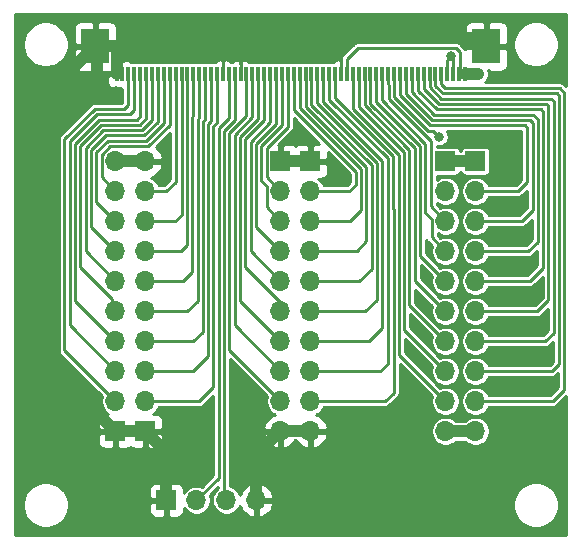
<source format=gtl>
G04 #@! TF.GenerationSoftware,KiCad,Pcbnew,(5.1.6-0-10_14)*
G04 #@! TF.CreationDate,2021-08-31T16:03:37+09:00*
G04 #@! TF.ProjectId,FFCbreak,46464362-7265-4616-9b2e-6b696361645f,rev?*
G04 #@! TF.SameCoordinates,Original*
G04 #@! TF.FileFunction,Copper,L1,Top*
G04 #@! TF.FilePolarity,Positive*
%FSLAX46Y46*%
G04 Gerber Fmt 4.6, Leading zero omitted, Abs format (unit mm)*
G04 Created by KiCad (PCBNEW (5.1.6-0-10_14)) date 2021-08-31 16:03:37*
%MOMM*%
%LPD*%
G01*
G04 APERTURE LIST*
G04 #@! TA.AperFunction,SMDPad,CuDef*
%ADD10R,0.300000X1.250000*%
G04 #@! TD*
G04 #@! TA.AperFunction,SMDPad,CuDef*
%ADD11R,2.400000X3.000000*%
G04 #@! TD*
G04 #@! TA.AperFunction,ComponentPad*
%ADD12O,1.700000X1.700000*%
G04 #@! TD*
G04 #@! TA.AperFunction,ComponentPad*
%ADD13R,1.700000X1.700000*%
G04 #@! TD*
G04 #@! TA.AperFunction,ViaPad*
%ADD14C,0.800000*%
G04 #@! TD*
G04 #@! TA.AperFunction,Conductor*
%ADD15C,1.016000*%
G04 #@! TD*
G04 #@! TA.AperFunction,Conductor*
%ADD16C,0.250000*%
G04 #@! TD*
G04 #@! TA.AperFunction,Conductor*
%ADD17C,0.254000*%
G04 #@! TD*
G04 APERTURE END LIST*
D10*
G04 #@! TO.P,J1,1*
G04 #@! TO.N,GNDL*
X135000000Y-65000000D03*
G04 #@! TO.P,J1,2*
X134500000Y-65000000D03*
G04 #@! TO.P,J1,3*
G04 #@! TO.N,VCCL*
X134000000Y-65000000D03*
G04 #@! TO.P,J1,4*
X133500000Y-65000000D03*
G04 #@! TO.P,J1,5*
G04 #@! TO.N,/S_LED_OUT8*
X133000000Y-65000000D03*
G04 #@! TO.P,J1,6*
G04 #@! TO.N,/S_LED_OUT7*
X132500000Y-65000000D03*
G04 #@! TO.P,J1,7*
G04 #@! TO.N,/S_LED_OUT6*
X132000000Y-65000000D03*
G04 #@! TO.P,J1,8*
G04 #@! TO.N,/S_LED_OUT5*
X131500000Y-65000000D03*
G04 #@! TO.P,J1,9*
G04 #@! TO.N,/S_LED_OUT4*
X131000000Y-65000000D03*
G04 #@! TO.P,J1,10*
G04 #@! TO.N,/S_LED_OUT3*
X130500000Y-65000000D03*
G04 #@! TO.P,J1,11*
G04 #@! TO.N,/S_LED_OUT2*
X130000000Y-65000000D03*
G04 #@! TO.P,J1,12*
G04 #@! TO.N,/S_LED_OUT1*
X129500000Y-65000000D03*
G04 #@! TO.P,J1,13*
G04 #@! TO.N,/N_LED_OUT9*
X129000000Y-65000000D03*
G04 #@! TO.P,J1,14*
G04 #@! TO.N,/N_LED_OUT10*
X128500000Y-65000000D03*
G04 #@! TO.P,J1,15*
G04 #@! TO.N,/N_LED_OUT11*
X128000000Y-65000000D03*
G04 #@! TO.P,J1,16*
G04 #@! TO.N,/N_LED_OUT12*
X127500000Y-65000000D03*
G04 #@! TO.P,J1,17*
G04 #@! TO.N,/N_LED_OUT13*
X127000000Y-65000000D03*
G04 #@! TO.P,J1,18*
G04 #@! TO.N,/N_LED_OUT14*
X126500000Y-65000000D03*
G04 #@! TO.P,J1,19*
G04 #@! TO.N,/N_LED_OUT15*
X126000000Y-65000000D03*
G04 #@! TO.P,J1,20*
G04 #@! TO.N,/N_LED_OUT16*
X125500000Y-65000000D03*
G04 #@! TO.P,J1,21*
G04 #@! TO.N,GNDL*
X125000000Y-65000000D03*
G04 #@! TO.P,J1,22*
G04 #@! TO.N,GNDA*
X124500000Y-65000000D03*
G04 #@! TO.P,J1,23*
G04 #@! TO.N,/S_PD_OUT16*
X124000000Y-65000000D03*
G04 #@! TO.P,J1,24*
G04 #@! TO.N,/S_PD_OUT15*
X123500000Y-65000000D03*
G04 #@! TO.P,J1,25*
G04 #@! TO.N,/S_PD_OUT14*
X123000000Y-65000000D03*
G04 #@! TO.P,J1,26*
G04 #@! TO.N,/S_PD_OUT13*
X122500000Y-65000000D03*
G04 #@! TO.P,J1,27*
G04 #@! TO.N,/S_PD_OUT12*
X122000000Y-65000000D03*
G04 #@! TO.P,J1,28*
G04 #@! TO.N,/S_PD_OUT11*
X121500000Y-65000000D03*
G04 #@! TO.P,J1,29*
G04 #@! TO.N,/S_PD_OUT10*
X121000000Y-65000000D03*
G04 #@! TO.P,J1,30*
G04 #@! TO.N,/S_PD_OUT9*
X120500000Y-65000000D03*
G04 #@! TO.P,J1,31*
G04 #@! TO.N,/S_PD_OUT8*
X120000000Y-65000000D03*
G04 #@! TO.P,J1,32*
G04 #@! TO.N,/S_PD_OUT7*
X119500000Y-65000000D03*
G04 #@! TO.P,J1,33*
G04 #@! TO.N,/S_PD_OUT6*
X119000000Y-65000000D03*
G04 #@! TO.P,J1,34*
G04 #@! TO.N,/S_PD_OUT5*
X118500000Y-65000000D03*
G04 #@! TO.P,J1,35*
G04 #@! TO.N,/S_PD_OUT4*
X118000000Y-65000000D03*
G04 #@! TO.P,J1,36*
G04 #@! TO.N,/S_PD_OUT3*
X117500000Y-65000000D03*
G04 #@! TO.P,J1,37*
G04 #@! TO.N,/S_PD_OUT2*
X117000000Y-65000000D03*
G04 #@! TO.P,J1,38*
G04 #@! TO.N,/S_PD_OUT1*
X116500000Y-65000000D03*
G04 #@! TO.P,J1,39*
G04 #@! TO.N,GNDA*
X116000000Y-65000000D03*
G04 #@! TO.P,J1,40*
G04 #@! TO.N,/TH2*
X115500000Y-65000000D03*
G04 #@! TO.P,J1,41*
G04 #@! TO.N,/TH1*
X115000000Y-65000000D03*
G04 #@! TO.P,J1,42*
G04 #@! TO.N,GNDA*
X114500000Y-65000000D03*
G04 #@! TO.P,J1,43*
G04 #@! TO.N,/N_PD_OUT1*
X114000000Y-65000000D03*
G04 #@! TO.P,J1,44*
G04 #@! TO.N,/N_PD_OUT2*
X113500000Y-65000000D03*
G04 #@! TO.P,J1,45*
G04 #@! TO.N,/N_PD_OUT3*
X113000000Y-65000000D03*
G04 #@! TO.P,J1,46*
G04 #@! TO.N,/N_PD_OUT4*
X112500000Y-65000000D03*
G04 #@! TO.P,J1,47*
G04 #@! TO.N,/N_PD_OUT5*
X112000000Y-65000000D03*
G04 #@! TO.P,J1,48*
G04 #@! TO.N,/N_PD_OUT6*
X111500000Y-65000000D03*
G04 #@! TO.P,J1,49*
G04 #@! TO.N,/N_PD_OUT7*
X111000000Y-65000000D03*
G04 #@! TO.P,J1,50*
G04 #@! TO.N,/N_PD_OUT8*
X110500000Y-65000000D03*
G04 #@! TO.P,J1,51*
G04 #@! TO.N,/N_PD_OUT9*
X110000000Y-65000000D03*
G04 #@! TO.P,J1,52*
G04 #@! TO.N,/N_PD_OUT10*
X109500000Y-65000000D03*
G04 #@! TO.P,J1,53*
G04 #@! TO.N,/N_PD_OUT11*
X109000000Y-65000000D03*
G04 #@! TO.P,J1,54*
G04 #@! TO.N,/N_PD_OUT12*
X108500000Y-65000000D03*
G04 #@! TO.P,J1,55*
G04 #@! TO.N,/N_PD_OUT13*
X108000000Y-65000000D03*
G04 #@! TO.P,J1,56*
G04 #@! TO.N,/N_PD_OUT14*
X107500000Y-65000000D03*
G04 #@! TO.P,J1,57*
G04 #@! TO.N,/N_PD_OUT15*
X107000000Y-65000000D03*
G04 #@! TO.P,J1,58*
G04 #@! TO.N,/N_PD_OUT16*
X106500000Y-65000000D03*
G04 #@! TO.P,J1,59*
G04 #@! TO.N,GNDA*
X106000000Y-65000000D03*
G04 #@! TO.P,J1,60*
X105500000Y-65000000D03*
D11*
G04 #@! TO.P,J1,G1*
X136800000Y-62675000D03*
G04 #@! TO.P,J1,G2*
X103700000Y-62675000D03*
G04 #@! TD*
D12*
G04 #@! TO.P,J2,10*
G04 #@! TO.N,GNDL*
X135890000Y-95250000D03*
G04 #@! TO.P,J2,9*
G04 #@! TO.N,/S_LED_OUT8*
X135890000Y-92710000D03*
G04 #@! TO.P,J2,8*
G04 #@! TO.N,/S_LED_OUT7*
X135890000Y-90170000D03*
G04 #@! TO.P,J2,7*
G04 #@! TO.N,/S_LED_OUT6*
X135890000Y-87630000D03*
G04 #@! TO.P,J2,6*
G04 #@! TO.N,/S_LED_OUT5*
X135890000Y-85090000D03*
G04 #@! TO.P,J2,5*
G04 #@! TO.N,/S_LED_OUT4*
X135890000Y-82550000D03*
G04 #@! TO.P,J2,4*
G04 #@! TO.N,/S_LED_OUT3*
X135890000Y-80010000D03*
G04 #@! TO.P,J2,3*
G04 #@! TO.N,/S_LED_OUT2*
X135890000Y-77470000D03*
G04 #@! TO.P,J2,2*
G04 #@! TO.N,/S_LED_OUT1*
X135890000Y-74930000D03*
D13*
G04 #@! TO.P,J2,1*
G04 #@! TO.N,VCCL*
X135890000Y-72390000D03*
G04 #@! TD*
G04 #@! TO.P,J3,1*
G04 #@! TO.N,VCCL*
X133350000Y-72390000D03*
D12*
G04 #@! TO.P,J3,2*
G04 #@! TO.N,/N_LED_OUT9*
X133350000Y-74930000D03*
G04 #@! TO.P,J3,3*
G04 #@! TO.N,/N_LED_OUT10*
X133350000Y-77470000D03*
G04 #@! TO.P,J3,4*
G04 #@! TO.N,/N_LED_OUT11*
X133350000Y-80010000D03*
G04 #@! TO.P,J3,5*
G04 #@! TO.N,/N_LED_OUT12*
X133350000Y-82550000D03*
G04 #@! TO.P,J3,6*
G04 #@! TO.N,/N_LED_OUT13*
X133350000Y-85090000D03*
G04 #@! TO.P,J3,7*
G04 #@! TO.N,/N_LED_OUT14*
X133350000Y-87630000D03*
G04 #@! TO.P,J3,8*
G04 #@! TO.N,/N_LED_OUT15*
X133350000Y-90170000D03*
G04 #@! TO.P,J3,9*
G04 #@! TO.N,/N_LED_OUT16*
X133350000Y-92710000D03*
G04 #@! TO.P,J3,10*
G04 #@! TO.N,GNDL*
X133350000Y-95250000D03*
G04 #@! TD*
G04 #@! TO.P,J4,10*
G04 #@! TO.N,GNDA*
X119380000Y-95250000D03*
G04 #@! TO.P,J4,9*
G04 #@! TO.N,/S_PD_OUT1*
X119380000Y-92710000D03*
G04 #@! TO.P,J4,8*
G04 #@! TO.N,/S_PD_OUT2*
X119380000Y-90170000D03*
G04 #@! TO.P,J4,7*
G04 #@! TO.N,/S_PD_OUT3*
X119380000Y-87630000D03*
G04 #@! TO.P,J4,6*
G04 #@! TO.N,/S_PD_OUT4*
X119380000Y-85090000D03*
G04 #@! TO.P,J4,5*
G04 #@! TO.N,/S_PD_OUT5*
X119380000Y-82550000D03*
G04 #@! TO.P,J4,4*
G04 #@! TO.N,/S_PD_OUT6*
X119380000Y-80010000D03*
G04 #@! TO.P,J4,3*
G04 #@! TO.N,/S_PD_OUT7*
X119380000Y-77470000D03*
G04 #@! TO.P,J4,2*
G04 #@! TO.N,/S_PD_OUT8*
X119380000Y-74930000D03*
D13*
G04 #@! TO.P,J4,1*
G04 #@! TO.N,GNDA*
X119380000Y-72390000D03*
G04 #@! TD*
G04 #@! TO.P,J5,1*
G04 #@! TO.N,GNDA*
X121920000Y-72390000D03*
D12*
G04 #@! TO.P,J5,2*
G04 #@! TO.N,/S_PD_OUT9*
X121920000Y-74930000D03*
G04 #@! TO.P,J5,3*
G04 #@! TO.N,/S_PD_OUT10*
X121920000Y-77470000D03*
G04 #@! TO.P,J5,4*
G04 #@! TO.N,/S_PD_OUT11*
X121920000Y-80010000D03*
G04 #@! TO.P,J5,5*
G04 #@! TO.N,/S_PD_OUT12*
X121920000Y-82550000D03*
G04 #@! TO.P,J5,6*
G04 #@! TO.N,/S_PD_OUT13*
X121920000Y-85090000D03*
G04 #@! TO.P,J5,7*
G04 #@! TO.N,/S_PD_OUT14*
X121920000Y-87630000D03*
G04 #@! TO.P,J5,8*
G04 #@! TO.N,/S_PD_OUT15*
X121920000Y-90170000D03*
G04 #@! TO.P,J5,9*
G04 #@! TO.N,/S_PD_OUT16*
X121920000Y-92710000D03*
G04 #@! TO.P,J5,10*
G04 #@! TO.N,GNDA*
X121920000Y-95250000D03*
G04 #@! TD*
G04 #@! TO.P,J6,10*
G04 #@! TO.N,GNDA*
X107950000Y-72390000D03*
G04 #@! TO.P,J6,9*
G04 #@! TO.N,/N_PD_OUT8*
X107950000Y-74930000D03*
G04 #@! TO.P,J6,8*
G04 #@! TO.N,/N_PD_OUT7*
X107950000Y-77470000D03*
G04 #@! TO.P,J6,7*
G04 #@! TO.N,/N_PD_OUT6*
X107950000Y-80010000D03*
G04 #@! TO.P,J6,6*
G04 #@! TO.N,/N_PD_OUT5*
X107950000Y-82550000D03*
G04 #@! TO.P,J6,5*
G04 #@! TO.N,/N_PD_OUT4*
X107950000Y-85090000D03*
G04 #@! TO.P,J6,4*
G04 #@! TO.N,/N_PD_OUT3*
X107950000Y-87630000D03*
G04 #@! TO.P,J6,3*
G04 #@! TO.N,/N_PD_OUT2*
X107950000Y-90170000D03*
G04 #@! TO.P,J6,2*
G04 #@! TO.N,/N_PD_OUT1*
X107950000Y-92710000D03*
D13*
G04 #@! TO.P,J6,1*
G04 #@! TO.N,GNDA*
X107950000Y-95250000D03*
G04 #@! TD*
G04 #@! TO.P,J7,1*
G04 #@! TO.N,GNDA*
X105410000Y-95250000D03*
D12*
G04 #@! TO.P,J7,2*
G04 #@! TO.N,/N_PD_OUT16*
X105410000Y-92710000D03*
G04 #@! TO.P,J7,3*
G04 #@! TO.N,/N_PD_OUT15*
X105410000Y-90170000D03*
G04 #@! TO.P,J7,4*
G04 #@! TO.N,/N_PD_OUT14*
X105410000Y-87630000D03*
G04 #@! TO.P,J7,5*
G04 #@! TO.N,/N_PD_OUT13*
X105410000Y-85090000D03*
G04 #@! TO.P,J7,6*
G04 #@! TO.N,/N_PD_OUT12*
X105410000Y-82550000D03*
G04 #@! TO.P,J7,7*
G04 #@! TO.N,/N_PD_OUT11*
X105410000Y-80010000D03*
G04 #@! TO.P,J7,8*
G04 #@! TO.N,/N_PD_OUT10*
X105410000Y-77470000D03*
G04 #@! TO.P,J7,9*
G04 #@! TO.N,/N_PD_OUT9*
X105410000Y-74930000D03*
G04 #@! TO.P,J7,10*
G04 #@! TO.N,GNDA*
X105410000Y-72390000D03*
G04 #@! TD*
G04 #@! TO.P,J8,4*
G04 #@! TO.N,GNDA*
X117340000Y-101084000D03*
G04 #@! TO.P,J8,3*
G04 #@! TO.N,/TH2*
X114800000Y-101084000D03*
G04 #@! TO.P,J8,2*
G04 #@! TO.N,/TH1*
X112260000Y-101084000D03*
D13*
G04 #@! TO.P,J8,1*
G04 #@! TO.N,GNDA*
X109720000Y-101084000D03*
G04 #@! TD*
D14*
G04 #@! TO.N,GNDL*
X136136000Y-65016000D03*
G04 #@! TO.N,VCCL*
X133850000Y-63492000D03*
G04 #@! TO.N,/N_LED_OUT9*
X132834000Y-70350000D03*
G04 #@! TO.N,GNDA*
X103878000Y-65016000D03*
X119317000Y-62675000D03*
X98000000Y-67500000D03*
X99500000Y-65000000D03*
X97500000Y-64500000D03*
X98000000Y-72500000D03*
X98000000Y-77500000D03*
X98000000Y-83000000D03*
X98000000Y-87500000D03*
X98000000Y-92000000D03*
X102000000Y-94500000D03*
X98000000Y-97000000D03*
X102500000Y-100000000D03*
X106500000Y-103000000D03*
X106500000Y-99000000D03*
X102500000Y-103500000D03*
X113000000Y-103500000D03*
X120000000Y-103500000D03*
X127000000Y-103500000D03*
X133500000Y-103500000D03*
X138500000Y-103500000D03*
X143000000Y-99500000D03*
X143000000Y-94500000D03*
X138500000Y-94500000D03*
X140500000Y-97000000D03*
X137000000Y-99500000D03*
X132500000Y-99500000D03*
X129000000Y-99500000D03*
X124000000Y-99500000D03*
X124500000Y-94000000D03*
X130000000Y-91500000D03*
X128500000Y-95500000D03*
X115500000Y-99500000D03*
X117000000Y-94500000D03*
X116000000Y-91000000D03*
X113000000Y-93500000D03*
X110000000Y-94500000D03*
X112000000Y-99000000D03*
X112000000Y-96000000D03*
X116000000Y-96500000D03*
X119000000Y-98000000D03*
X106500000Y-61000000D03*
X111500000Y-61000000D03*
X117500000Y-61500000D03*
X121500000Y-61000000D03*
X125500000Y-61000000D03*
X132500000Y-61000000D03*
X139000000Y-60500000D03*
X139000000Y-65000000D03*
X142500000Y-65000000D03*
X143000000Y-60500000D03*
G04 #@! TD*
D15*
G04 #@! TO.N,GNDL*
X133350000Y-95250000D02*
X135890000Y-95250000D01*
X136120000Y-65000000D02*
X136136000Y-65016000D01*
X135000000Y-65000000D02*
X136120000Y-65000000D01*
D16*
X134575001Y-64924999D02*
X134575001Y-63143999D01*
X134198001Y-62766999D02*
X125939001Y-62766999D01*
X134575001Y-63143999D02*
X134198001Y-62766999D01*
X134500000Y-65000000D02*
X134575001Y-64924999D01*
X125000000Y-63706000D02*
X125000000Y-65000000D01*
X125939001Y-62766999D02*
X125000000Y-63706000D01*
D15*
G04 #@! TO.N,VCCL*
X133350000Y-72390000D02*
X135890000Y-72390000D01*
D16*
X133500000Y-63842000D02*
X133850000Y-63492000D01*
X133500000Y-65000000D02*
X133500000Y-63842000D01*
X134000000Y-63642000D02*
X133850000Y-63492000D01*
X134000000Y-65000000D02*
X134000000Y-63642000D01*
G04 #@! TO.N,/S_LED_OUT8*
X142430000Y-92710000D02*
X135890000Y-92710000D01*
X143420000Y-66590000D02*
X143420000Y-91720000D01*
X143030000Y-66200000D02*
X143420000Y-66590000D01*
X143420000Y-91720000D02*
X142430000Y-92710000D01*
X133339998Y-66200000D02*
X143030000Y-66200000D01*
X133000000Y-65860002D02*
X133339998Y-66200000D01*
X133000000Y-65000000D02*
X133000000Y-65860002D01*
G04 #@! TO.N,/S_LED_OUT7*
X132500000Y-65996412D02*
X133153598Y-66650010D01*
X132500000Y-65000000D02*
X132500000Y-65996412D01*
X142760010Y-66650010D02*
X142969990Y-66859990D01*
X133153598Y-66650010D02*
X142760010Y-66650010D01*
X142969990Y-66859990D02*
X142969990Y-89570010D01*
X142370000Y-90170000D02*
X135890000Y-90170000D01*
X142969990Y-89570010D02*
X142370000Y-90170000D01*
G04 #@! TO.N,/S_LED_OUT6*
X132000000Y-66132822D02*
X132967198Y-67100020D01*
X132000000Y-65000000D02*
X132000000Y-66132822D01*
X142290020Y-67100020D02*
X142519980Y-67329980D01*
X132967198Y-67100020D02*
X142290020Y-67100020D01*
X142519980Y-67329980D02*
X142519980Y-86910020D01*
X141800000Y-87630000D02*
X135890000Y-87630000D01*
X142519980Y-86910020D02*
X141800000Y-87630000D01*
G04 #@! TO.N,/S_LED_OUT5*
X131500000Y-66269232D02*
X132780798Y-67550030D01*
X131500000Y-65000000D02*
X131500000Y-66269232D01*
X141930030Y-67550030D02*
X142069970Y-67689970D01*
X132780798Y-67550030D02*
X141930030Y-67550030D01*
X142069970Y-67689970D02*
X142069970Y-84150030D01*
X141130000Y-85090000D02*
X135890000Y-85090000D01*
X142069970Y-84150030D02*
X141130000Y-85090000D01*
G04 #@! TO.N,/S_LED_OUT4*
X131000000Y-66405642D02*
X132594398Y-68000040D01*
X131000000Y-65000000D02*
X131000000Y-66405642D01*
X141430040Y-68000040D02*
X141619960Y-68189960D01*
X132594398Y-68000040D02*
X141430040Y-68000040D01*
X141619960Y-68189960D02*
X141619960Y-81410040D01*
X140480000Y-82550000D02*
X135890000Y-82550000D01*
X141619960Y-81410040D02*
X140480000Y-82550000D01*
G04 #@! TO.N,/S_LED_OUT3*
X130500000Y-66542052D02*
X132407998Y-68450050D01*
X130500000Y-65000000D02*
X130500000Y-66542052D01*
X140790050Y-68450050D02*
X141169950Y-68829950D01*
X132407998Y-68450050D02*
X140790050Y-68450050D01*
X141169950Y-68829950D02*
X141169950Y-79210050D01*
X140370000Y-80010000D02*
X135890000Y-80010000D01*
X141169950Y-79210050D02*
X140370000Y-80010000D01*
G04 #@! TO.N,/S_LED_OUT2*
X130000000Y-66678462D02*
X132221598Y-68900060D01*
X130000000Y-65000000D02*
X130000000Y-66678462D01*
X140470060Y-68900060D02*
X140719940Y-69149940D01*
X132221598Y-68900060D02*
X140470060Y-68900060D01*
X140719940Y-69149940D02*
X140719940Y-76560060D01*
X139810000Y-77470000D02*
X135890000Y-77470000D01*
X140719940Y-76560060D02*
X139810000Y-77470000D01*
G04 #@! TO.N,/S_LED_OUT1*
X129500000Y-66814872D02*
X132035198Y-69350070D01*
X129500000Y-65000000D02*
X129500000Y-66814872D01*
X140080070Y-69350070D02*
X140269930Y-69539930D01*
X132035198Y-69350070D02*
X140080070Y-69350070D01*
X140269930Y-69539930D02*
X140269930Y-74160070D01*
X139500000Y-74930000D02*
X135890000Y-74930000D01*
X140269930Y-74160070D02*
X139500000Y-74930000D01*
G04 #@! TO.N,/N_LED_OUT9*
X129000000Y-66951282D02*
X131848798Y-69800080D01*
X129000000Y-65000000D02*
X129000000Y-66951282D01*
X132284080Y-69800080D02*
X132834000Y-70350000D01*
X131848798Y-69800080D02*
X132284080Y-69800080D01*
G04 #@! TO.N,/N_LED_OUT10*
X128549990Y-65924990D02*
X128549991Y-67137683D01*
X128500000Y-65875000D02*
X128549990Y-65924990D01*
X128500000Y-65000000D02*
X128500000Y-65875000D01*
X128549991Y-67137683D02*
X132100000Y-70687692D01*
X132100000Y-76220000D02*
X133350000Y-77470000D01*
X132100000Y-70687692D02*
X132100000Y-76220000D01*
G04 #@! TO.N,/N_LED_OUT11*
X128000000Y-65000000D02*
X128000000Y-67242061D01*
X128000000Y-67242061D02*
X131649990Y-70892051D01*
X132174999Y-77314999D02*
X132174999Y-78834999D01*
X131649990Y-76789990D02*
X132174999Y-77314999D01*
X132174999Y-78834999D02*
X133350000Y-80010000D01*
X131649990Y-70892051D02*
X131649990Y-76789990D01*
G04 #@! TO.N,/N_LED_OUT12*
X127500000Y-65000000D02*
X127500000Y-67378471D01*
X127500000Y-67378471D02*
X131199980Y-71078451D01*
X131199980Y-80399980D02*
X133350000Y-82550000D01*
X131199980Y-71078451D02*
X131199980Y-80399980D01*
G04 #@! TO.N,/N_LED_OUT13*
X127000000Y-65000000D02*
X127000000Y-67514881D01*
X127000000Y-67514881D02*
X130749970Y-71264851D01*
X130749970Y-82489970D02*
X133350000Y-85090000D01*
X130749970Y-71264851D02*
X130749970Y-82489970D01*
G04 #@! TO.N,/N_LED_OUT14*
X126500000Y-65000000D02*
X126500000Y-67651291D01*
X130299960Y-71451251D02*
X130299960Y-84579960D01*
X130299960Y-84579960D02*
X133350000Y-87630000D01*
X126500000Y-67651291D02*
X130299960Y-71451251D01*
G04 #@! TO.N,/N_LED_OUT15*
X126000000Y-65000000D02*
X126000000Y-67787701D01*
X126000000Y-67787701D02*
X129849950Y-71637651D01*
X129849950Y-86669950D02*
X133350000Y-90170000D01*
X129849950Y-71637651D02*
X129849950Y-86669950D01*
G04 #@! TO.N,/N_LED_OUT16*
X125500000Y-65000000D02*
X125500000Y-67927116D01*
X129082884Y-71510000D02*
X129085889Y-71510000D01*
X125500000Y-67927116D02*
X129082884Y-71510000D01*
X129399940Y-71824051D02*
X129399940Y-88759940D01*
X129399940Y-88759940D02*
X133350000Y-92710000D01*
X129085889Y-71510000D02*
X129399940Y-71824051D01*
D15*
G04 #@! TO.N,GNDA*
X119380000Y-72390000D02*
X121920000Y-72390000D01*
X119380000Y-95250000D02*
X121920000Y-95250000D01*
X117340000Y-97290000D02*
X119380000Y-95250000D01*
X117340000Y-101084000D02*
X117340000Y-97290000D01*
X109720000Y-97020000D02*
X107950000Y-95250000D01*
X109720000Y-101084000D02*
X109720000Y-97020000D01*
X105410000Y-95250000D02*
X107950000Y-95250000D01*
X100251920Y-66123080D02*
X103700000Y-62675000D01*
X100251920Y-90091920D02*
X100251920Y-66123080D01*
X105410000Y-95250000D02*
X100251920Y-90091920D01*
X105500000Y-62886000D02*
X105711000Y-62675000D01*
X105500000Y-65000000D02*
X105500000Y-62886000D01*
X103700000Y-62675000D02*
X105711000Y-62675000D01*
D16*
X106000000Y-65000000D02*
X105500000Y-65000000D01*
D15*
X105410000Y-72390000D02*
X107950000Y-72390000D01*
X103878000Y-62853000D02*
X103700000Y-62675000D01*
X103878000Y-65016000D02*
X103878000Y-62853000D01*
D16*
X114500000Y-63030000D02*
X114855000Y-62675000D01*
X114500000Y-65000000D02*
X114500000Y-63030000D01*
D15*
X114855000Y-62675000D02*
X103700000Y-62675000D01*
D16*
X116000000Y-62804000D02*
X115871000Y-62675000D01*
X116000000Y-65000000D02*
X116000000Y-62804000D01*
D15*
X115871000Y-62675000D02*
X114855000Y-62675000D01*
X119317000Y-62675000D02*
X115871000Y-62675000D01*
D16*
X124500000Y-65000000D02*
X124500000Y-62936000D01*
D15*
X124761000Y-62675000D02*
X119317000Y-62675000D01*
D16*
X124500000Y-62936000D02*
X124761000Y-62675000D01*
D15*
X136058989Y-61933989D02*
X136800000Y-62675000D01*
X125593957Y-61933989D02*
X136058989Y-61933989D01*
X124852946Y-62675000D02*
X125593957Y-61933989D01*
X124761000Y-62675000D02*
X124852946Y-62675000D01*
D16*
G04 #@! TO.N,/S_PD_OUT16*
X124000000Y-67063526D02*
X128896483Y-71960009D01*
X124000000Y-65000000D02*
X124000000Y-67063526D01*
X128896483Y-76396483D02*
X128949930Y-76449930D01*
X128896483Y-71960009D02*
X128896483Y-76396483D01*
X128949930Y-76449930D02*
X128949930Y-91990070D01*
X128230000Y-92710000D02*
X125730000Y-92710000D01*
X128949930Y-91990070D02*
X128230000Y-92710000D01*
X125730000Y-92710000D02*
X121920000Y-92710000D01*
G04 #@! TO.N,/S_PD_OUT15*
X127812946Y-90170000D02*
X125730000Y-90170000D01*
X128446473Y-72146409D02*
X128446473Y-89536473D01*
X123500000Y-67199936D02*
X128446473Y-72146409D01*
X128446473Y-89536473D02*
X127812946Y-90170000D01*
X123500000Y-65000000D02*
X123500000Y-67199936D01*
X125730000Y-90170000D02*
X121920000Y-90170000D01*
G04 #@! TO.N,/S_PD_OUT14*
X127996463Y-72332809D02*
X127996463Y-86513537D01*
X123000000Y-67336346D02*
X127996463Y-72332809D01*
X126880000Y-87630000D02*
X125730000Y-87630000D01*
X127996463Y-86513537D02*
X126880000Y-87630000D01*
X123000000Y-65000000D02*
X123000000Y-67336346D01*
X125730000Y-87630000D02*
X121920000Y-87630000D01*
G04 #@! TO.N,/S_PD_OUT13*
X127546453Y-84103547D02*
X126560000Y-85090000D01*
X127546453Y-72519209D02*
X127546453Y-84103547D01*
X122500000Y-67472756D02*
X127546453Y-72519209D01*
X122500000Y-65000000D02*
X122500000Y-67472756D01*
X126560000Y-85090000D02*
X121920000Y-85090000D01*
G04 #@! TO.N,/S_PD_OUT12*
X127096443Y-81503557D02*
X126050000Y-82550000D01*
X127096443Y-72705609D02*
X127096443Y-81503557D01*
X122000000Y-67609166D02*
X127096443Y-72705609D01*
X122000000Y-65000000D02*
X122000000Y-67609166D01*
X126050000Y-82550000D02*
X121920000Y-82550000D01*
G04 #@! TO.N,/S_PD_OUT11*
X126646433Y-79183567D02*
X125820000Y-80010000D01*
X121549990Y-67469990D02*
X121549991Y-67795567D01*
X121549991Y-67795567D02*
X126646433Y-72892009D01*
X126646433Y-72892009D02*
X126646433Y-79183567D01*
X121500000Y-67420000D02*
X121549990Y-67469990D01*
X121500000Y-65000000D02*
X121500000Y-67420000D01*
X125820000Y-80010000D02*
X121920000Y-80010000D01*
G04 #@! TO.N,/S_PD_OUT10*
X126196423Y-73078409D02*
X126196423Y-76510000D01*
X121000000Y-67881986D02*
X126196423Y-73078409D01*
X121000000Y-65000000D02*
X121000000Y-67881986D01*
X125236423Y-77470000D02*
X121920000Y-77470000D01*
X126196423Y-76510000D02*
X125236423Y-77470000D01*
G04 #@! TO.N,/S_PD_OUT9*
X120500000Y-67380000D02*
X120549990Y-67429990D01*
X120549990Y-67429990D02*
X120549991Y-68068387D01*
X120500000Y-65000000D02*
X120500000Y-67380000D01*
X120549991Y-68068387D02*
X125746413Y-73264809D01*
X125746413Y-73264809D02*
X125746413Y-74400000D01*
X125216413Y-74930000D02*
X121920000Y-74930000D01*
X125746413Y-74400000D02*
X125216413Y-74930000D01*
G04 #@! TO.N,/S_PD_OUT8*
X118204999Y-73754999D02*
X119380000Y-74930000D01*
X118204999Y-71279999D02*
X118204999Y-73754999D01*
X120000000Y-69484998D02*
X118204999Y-71279999D01*
X120000000Y-65000000D02*
X120000000Y-69484998D01*
G04 #@! TO.N,/S_PD_OUT7*
X119500000Y-69348588D02*
X117754989Y-71093599D01*
X119500000Y-65000000D02*
X119500000Y-69348588D01*
X118204999Y-74516999D02*
X118204999Y-76294999D01*
X118204999Y-76294999D02*
X119380000Y-77470000D01*
X117754989Y-74066989D02*
X118204999Y-74516999D01*
X117754989Y-71093599D02*
X117754989Y-74066989D01*
G04 #@! TO.N,/S_PD_OUT6*
X117304980Y-77934980D02*
X119380000Y-80010000D01*
X117304980Y-70907198D02*
X117304980Y-77934980D01*
X119000000Y-69212178D02*
X117304980Y-70907198D01*
X119000000Y-65000000D02*
X119000000Y-69212178D01*
G04 #@! TO.N,/S_PD_OUT5*
X116854970Y-80024970D02*
X119380000Y-82550000D01*
X116854970Y-70720798D02*
X116854970Y-80024970D01*
X118500000Y-69075768D02*
X116854970Y-70720798D01*
X118500000Y-65000000D02*
X118500000Y-69075768D01*
G04 #@! TO.N,/S_PD_OUT4*
X118000000Y-68939358D02*
X116404960Y-70534398D01*
X118000000Y-65000000D02*
X118000000Y-68939358D01*
X116404960Y-81313962D02*
X119380000Y-84289002D01*
X119380000Y-84289002D02*
X119380000Y-85090000D01*
X116404960Y-70534398D02*
X116404960Y-81313962D01*
G04 #@! TO.N,/S_PD_OUT3*
X115954950Y-70347998D02*
X115954950Y-84204950D01*
X117500000Y-68802948D02*
X115954950Y-70347998D01*
X115954950Y-84204950D02*
X119380000Y-87630000D01*
X117500000Y-65000000D02*
X117500000Y-68802948D01*
G04 #@! TO.N,/S_PD_OUT2*
X115504940Y-70161598D02*
X115504940Y-86294940D01*
X117000000Y-68666538D02*
X115504940Y-70161598D01*
X115504940Y-86294940D02*
X119380000Y-90170000D01*
X117000000Y-65000000D02*
X117000000Y-68666538D01*
G04 #@! TO.N,/S_PD_OUT1*
X115054930Y-88384930D02*
X119380000Y-92710000D01*
X115054930Y-69975198D02*
X115054930Y-88384930D01*
X116500000Y-68530128D02*
X115054930Y-69975198D01*
X116500000Y-65000000D02*
X116500000Y-68530128D01*
G04 #@! TO.N,/TH2*
X115500000Y-68893718D02*
X114604920Y-69788798D01*
X114604920Y-100888920D02*
X114800000Y-101084000D01*
X114604920Y-69788798D02*
X114604920Y-100888920D01*
X115500000Y-65000000D02*
X115500000Y-68893718D01*
G04 #@! TO.N,/TH1*
X115000000Y-68757308D02*
X114154910Y-69602398D01*
X115000000Y-65000000D02*
X115000000Y-68757308D01*
X114154910Y-99189090D02*
X112260000Y-101084000D01*
X114154910Y-69602398D02*
X114154910Y-99189090D01*
G04 #@! TO.N,/N_PD_OUT1*
X114000000Y-69120898D02*
X113704900Y-69415998D01*
X114000000Y-65000000D02*
X114000000Y-69120898D01*
X113704900Y-69415998D02*
X113704900Y-91511100D01*
X112506000Y-92710000D02*
X107950000Y-92710000D01*
X113704900Y-91511100D02*
X112506000Y-92710000D01*
G04 #@! TO.N,/N_PD_OUT2*
X113500000Y-68984488D02*
X113254890Y-69229598D01*
X113500000Y-65000000D02*
X113500000Y-68984488D01*
X113254890Y-69229598D02*
X113254890Y-88913110D01*
X111998000Y-90170000D02*
X107950000Y-90170000D01*
X113254890Y-88913110D02*
X111998000Y-90170000D01*
G04 #@! TO.N,/N_PD_OUT3*
X113000000Y-68848078D02*
X112804880Y-69043198D01*
X113000000Y-65000000D02*
X113000000Y-68848078D01*
X112804880Y-69043198D02*
X112804880Y-86823120D01*
X111998000Y-87630000D02*
X107950000Y-87630000D01*
X112804880Y-86823120D02*
X111998000Y-87630000D01*
G04 #@! TO.N,/N_PD_OUT4*
X112500000Y-68711668D02*
X112354870Y-68856798D01*
X112500000Y-65000000D02*
X112500000Y-68711668D01*
X112354870Y-68856798D02*
X112354870Y-84225130D01*
X111490000Y-85090000D02*
X107950000Y-85090000D01*
X112354870Y-84225130D02*
X111490000Y-85090000D01*
G04 #@! TO.N,/N_PD_OUT5*
X112000000Y-68575258D02*
X111904860Y-68670398D01*
X112000000Y-65000000D02*
X112000000Y-68575258D01*
X111904860Y-68670398D02*
X111904860Y-81780000D01*
X111134860Y-82550000D02*
X107950000Y-82550000D01*
X111904860Y-81780000D02*
X111134860Y-82550000D01*
G04 #@! TO.N,/N_PD_OUT6*
X111500000Y-68438848D02*
X111454850Y-68483998D01*
X111500000Y-65000000D02*
X111500000Y-68438848D01*
X111454850Y-68483998D02*
X111454850Y-79494000D01*
X110938850Y-80010000D02*
X107950000Y-80010000D01*
X111454850Y-79494000D02*
X110938850Y-80010000D01*
G04 #@! TO.N,/N_PD_OUT7*
X111000000Y-65000000D02*
X111000000Y-76944000D01*
X110474000Y-77470000D02*
X107950000Y-77470000D01*
X111000000Y-76944000D02*
X110474000Y-77470000D01*
G04 #@! TO.N,/N_PD_OUT8*
X110500000Y-65000000D02*
X110500000Y-74142000D01*
X109712000Y-74930000D02*
X107950000Y-74930000D01*
X110500000Y-74142000D02*
X109712000Y-74930000D01*
G04 #@! TO.N,/N_PD_OUT9*
X110000000Y-65000000D02*
X110000000Y-69308000D01*
X110000000Y-69308000D02*
X108196000Y-71112000D01*
X104234999Y-71825999D02*
X104234999Y-73754999D01*
X104948998Y-71112000D02*
X104234999Y-71825999D01*
X104234999Y-73754999D02*
X105410000Y-74930000D01*
X108196000Y-71112000D02*
X104948998Y-71112000D01*
G04 #@! TO.N,/N_PD_OUT10*
X109500000Y-65000000D02*
X109500000Y-69171590D01*
X109500000Y-69171590D02*
X108009600Y-70661990D01*
X103784989Y-75844989D02*
X105410000Y-77470000D01*
X103784989Y-71639599D02*
X103784989Y-75844989D01*
X104762597Y-70661991D02*
X103784989Y-71639599D01*
X108009600Y-70661990D02*
X104762597Y-70661991D01*
G04 #@! TO.N,/N_PD_OUT11*
X109000000Y-65000000D02*
X109000000Y-69035180D01*
X107823198Y-70211982D02*
X104576196Y-70211982D01*
X109000000Y-69035180D02*
X107823198Y-70211982D01*
X103334979Y-71453199D02*
X103334979Y-77934979D01*
X103334979Y-77934979D02*
X105410000Y-80010000D01*
X104576196Y-70211982D02*
X103334979Y-71453199D01*
G04 #@! TO.N,/N_PD_OUT12*
X108500000Y-65000000D02*
X108500000Y-68898770D01*
X104389795Y-69761973D02*
X102884969Y-71266799D01*
X102884969Y-80024969D02*
X105410000Y-82550000D01*
X102884969Y-71266799D02*
X102884969Y-80024969D01*
X107636798Y-69761972D02*
X104389795Y-69761973D01*
X108500000Y-68898770D02*
X107636798Y-69761972D01*
G04 #@! TO.N,/N_PD_OUT13*
X108000000Y-68762360D02*
X107450396Y-69311964D01*
X108000000Y-65000000D02*
X108000000Y-68762360D01*
X105148000Y-84828000D02*
X105410000Y-85090000D01*
X105148000Y-84066000D02*
X105148000Y-84828000D01*
X107450396Y-69311964D02*
X104203394Y-69311964D01*
X102434959Y-71080399D02*
X102434961Y-81352961D01*
X104203394Y-69311964D02*
X102434959Y-71080399D01*
X102434961Y-81352961D02*
X105148000Y-84066000D01*
G04 #@! TO.N,/N_PD_OUT14*
X107500000Y-65204000D02*
X107524999Y-65228999D01*
X107524999Y-65228999D02*
X107524999Y-68600951D01*
X107500000Y-65000000D02*
X107500000Y-65204000D01*
X107524999Y-68600951D02*
X107263996Y-68861954D01*
X101984950Y-84204950D02*
X105410000Y-87630000D01*
X101984950Y-70894000D02*
X101984950Y-84204950D01*
X104016993Y-68861955D02*
X101984950Y-70894000D01*
X107263996Y-68861954D02*
X104016993Y-68861955D01*
G04 #@! TO.N,/N_PD_OUT15*
X101534940Y-86294940D02*
X105410000Y-90170000D01*
X101534940Y-70707600D02*
X101534940Y-86294940D01*
X103830592Y-68411947D02*
X101534940Y-70707600D01*
X107000000Y-65000000D02*
X107000000Y-68083945D01*
X107000000Y-68083945D02*
X106671999Y-68411946D01*
X106671999Y-68411946D02*
X103830592Y-68411947D01*
G04 #@! TO.N,/N_PD_OUT16*
X106500000Y-65000000D02*
X106500000Y-67625937D01*
X106500000Y-67625937D02*
X106163999Y-67961938D01*
X101084930Y-88384930D02*
X105410000Y-92710000D01*
X101084930Y-70521200D02*
X101084930Y-88384930D01*
X103644191Y-67961938D02*
X101084930Y-70521200D01*
X106163999Y-67961938D02*
X103644191Y-67961938D01*
G04 #@! TD*
D17*
G04 #@! TO.N,GNDA*
G36*
X143569000Y-66023409D02*
G01*
X143405376Y-65859785D01*
X143389527Y-65840473D01*
X143312479Y-65777241D01*
X143224575Y-65730255D01*
X143129193Y-65701322D01*
X143054854Y-65694000D01*
X143054846Y-65694000D01*
X143030000Y-65691553D01*
X143005154Y-65694000D01*
X136711190Y-65694000D01*
X136767658Y-65647658D01*
X136878751Y-65512291D01*
X136961302Y-65357851D01*
X137012136Y-65190274D01*
X137029300Y-65015999D01*
X137012136Y-64841725D01*
X136966268Y-64690518D01*
X137085750Y-64810000D01*
X138000000Y-64813072D01*
X138124482Y-64800812D01*
X138244180Y-64764502D01*
X138354494Y-64705537D01*
X138451185Y-64626185D01*
X138530537Y-64529494D01*
X138589502Y-64419180D01*
X138625812Y-64299482D01*
X138638072Y-64175000D01*
X138635000Y-62960750D01*
X138476250Y-62802000D01*
X136927000Y-62802000D01*
X136927000Y-62822000D01*
X136673000Y-62822000D01*
X136673000Y-62802000D01*
X135123750Y-62802000D01*
X135020913Y-62904837D01*
X134997760Y-62861520D01*
X134934528Y-62784472D01*
X134915221Y-62768627D01*
X134573377Y-62426784D01*
X134557528Y-62407472D01*
X134480480Y-62344240D01*
X134392576Y-62297254D01*
X134297194Y-62268321D01*
X134222855Y-62260999D01*
X134222847Y-62260999D01*
X134198001Y-62258552D01*
X134173155Y-62260999D01*
X125963847Y-62260999D01*
X125939001Y-62258552D01*
X125914155Y-62260999D01*
X125914147Y-62260999D01*
X125839808Y-62268321D01*
X125744426Y-62297254D01*
X125656522Y-62344240D01*
X125579474Y-62407472D01*
X125563629Y-62426779D01*
X124659785Y-63330624D01*
X124640473Y-63346473D01*
X124577241Y-63423521D01*
X124530255Y-63511426D01*
X124501322Y-63606808D01*
X124494000Y-63681147D01*
X124494000Y-63681154D01*
X124491553Y-63706000D01*
X124494000Y-63730847D01*
X124494000Y-63740000D01*
X124372998Y-63740000D01*
X124372998Y-63794748D01*
X124318250Y-63740000D01*
X124214997Y-63751374D01*
X124095927Y-63789694D01*
X123986622Y-63850508D01*
X123891280Y-63931477D01*
X123842590Y-63992887D01*
X123775311Y-63999513D01*
X123750000Y-64007191D01*
X123724689Y-63999513D01*
X123650000Y-63992157D01*
X123350000Y-63992157D01*
X123275311Y-63999513D01*
X123250000Y-64007191D01*
X123224689Y-63999513D01*
X123150000Y-63992157D01*
X122850000Y-63992157D01*
X122775311Y-63999513D01*
X122750000Y-64007191D01*
X122724689Y-63999513D01*
X122650000Y-63992157D01*
X122350000Y-63992157D01*
X122275311Y-63999513D01*
X122250000Y-64007191D01*
X122224689Y-63999513D01*
X122150000Y-63992157D01*
X121850000Y-63992157D01*
X121775311Y-63999513D01*
X121750000Y-64007191D01*
X121724689Y-63999513D01*
X121650000Y-63992157D01*
X121350000Y-63992157D01*
X121275311Y-63999513D01*
X121250000Y-64007191D01*
X121224689Y-63999513D01*
X121150000Y-63992157D01*
X120850000Y-63992157D01*
X120775311Y-63999513D01*
X120750000Y-64007191D01*
X120724689Y-63999513D01*
X120650000Y-63992157D01*
X120350000Y-63992157D01*
X120275311Y-63999513D01*
X120250000Y-64007191D01*
X120224689Y-63999513D01*
X120150000Y-63992157D01*
X119850000Y-63992157D01*
X119775311Y-63999513D01*
X119750000Y-64007191D01*
X119724689Y-63999513D01*
X119650000Y-63992157D01*
X119350000Y-63992157D01*
X119275311Y-63999513D01*
X119250000Y-64007191D01*
X119224689Y-63999513D01*
X119150000Y-63992157D01*
X118850000Y-63992157D01*
X118775311Y-63999513D01*
X118750000Y-64007191D01*
X118724689Y-63999513D01*
X118650000Y-63992157D01*
X118350000Y-63992157D01*
X118275311Y-63999513D01*
X118250000Y-64007191D01*
X118224689Y-63999513D01*
X118150000Y-63992157D01*
X117850000Y-63992157D01*
X117775311Y-63999513D01*
X117750000Y-64007191D01*
X117724689Y-63999513D01*
X117650000Y-63992157D01*
X117350000Y-63992157D01*
X117275311Y-63999513D01*
X117250000Y-64007191D01*
X117224689Y-63999513D01*
X117150000Y-63992157D01*
X116850000Y-63992157D01*
X116775311Y-63999513D01*
X116750000Y-64007191D01*
X116724689Y-63999513D01*
X116657410Y-63992887D01*
X116608720Y-63931477D01*
X116513378Y-63850508D01*
X116404073Y-63789694D01*
X116285003Y-63751374D01*
X116181750Y-63740000D01*
X116023000Y-63898750D01*
X116023000Y-64178539D01*
X116000000Y-64221568D01*
X115977000Y-64178539D01*
X115977000Y-63898750D01*
X115818250Y-63740000D01*
X115714997Y-63751374D01*
X115595927Y-63789694D01*
X115486622Y-63850508D01*
X115391280Y-63931477D01*
X115342590Y-63992887D01*
X115275311Y-63999513D01*
X115250000Y-64007191D01*
X115224689Y-63999513D01*
X115157410Y-63992887D01*
X115108720Y-63931477D01*
X115013378Y-63850508D01*
X114904073Y-63789694D01*
X114785003Y-63751374D01*
X114681750Y-63740000D01*
X114523000Y-63898750D01*
X114523000Y-64178539D01*
X114500000Y-64221568D01*
X114477000Y-64178539D01*
X114477000Y-63898750D01*
X114318250Y-63740000D01*
X114214997Y-63751374D01*
X114095927Y-63789694D01*
X113986622Y-63850508D01*
X113891280Y-63931477D01*
X113842590Y-63992887D01*
X113775311Y-63999513D01*
X113750000Y-64007191D01*
X113724689Y-63999513D01*
X113650000Y-63992157D01*
X113350000Y-63992157D01*
X113275311Y-63999513D01*
X113250000Y-64007191D01*
X113224689Y-63999513D01*
X113150000Y-63992157D01*
X112850000Y-63992157D01*
X112775311Y-63999513D01*
X112750000Y-64007191D01*
X112724689Y-63999513D01*
X112650000Y-63992157D01*
X112350000Y-63992157D01*
X112275311Y-63999513D01*
X112250000Y-64007191D01*
X112224689Y-63999513D01*
X112150000Y-63992157D01*
X111850000Y-63992157D01*
X111775311Y-63999513D01*
X111750000Y-64007191D01*
X111724689Y-63999513D01*
X111650000Y-63992157D01*
X111350000Y-63992157D01*
X111275311Y-63999513D01*
X111250000Y-64007191D01*
X111224689Y-63999513D01*
X111150000Y-63992157D01*
X110850000Y-63992157D01*
X110775311Y-63999513D01*
X110750000Y-64007191D01*
X110724689Y-63999513D01*
X110650000Y-63992157D01*
X110350000Y-63992157D01*
X110275311Y-63999513D01*
X110250000Y-64007191D01*
X110224689Y-63999513D01*
X110150000Y-63992157D01*
X109850000Y-63992157D01*
X109775311Y-63999513D01*
X109750000Y-64007191D01*
X109724689Y-63999513D01*
X109650000Y-63992157D01*
X109350000Y-63992157D01*
X109275311Y-63999513D01*
X109250000Y-64007191D01*
X109224689Y-63999513D01*
X109150000Y-63992157D01*
X108850000Y-63992157D01*
X108775311Y-63999513D01*
X108750000Y-64007191D01*
X108724689Y-63999513D01*
X108650000Y-63992157D01*
X108350000Y-63992157D01*
X108275311Y-63999513D01*
X108250000Y-64007191D01*
X108224689Y-63999513D01*
X108150000Y-63992157D01*
X107850000Y-63992157D01*
X107775311Y-63999513D01*
X107750000Y-64007191D01*
X107724689Y-63999513D01*
X107650000Y-63992157D01*
X107350000Y-63992157D01*
X107275311Y-63999513D01*
X107250000Y-64007191D01*
X107224689Y-63999513D01*
X107150000Y-63992157D01*
X106850000Y-63992157D01*
X106775311Y-63999513D01*
X106750000Y-64007191D01*
X106724689Y-63999513D01*
X106657410Y-63992887D01*
X106608720Y-63931477D01*
X106513378Y-63850508D01*
X106404073Y-63789694D01*
X106285003Y-63751374D01*
X106181750Y-63740000D01*
X106044669Y-63877081D01*
X106013378Y-63850508D01*
X105904073Y-63789694D01*
X105850799Y-63772549D01*
X105818250Y-63740000D01*
X105750000Y-63747518D01*
X105681750Y-63740000D01*
X105649201Y-63772549D01*
X105627002Y-63779693D01*
X105627002Y-63740000D01*
X105536972Y-63740000D01*
X105535000Y-62960750D01*
X105376250Y-62802000D01*
X103827000Y-62802000D01*
X103827000Y-64651250D01*
X103985750Y-64810000D01*
X104813531Y-64812781D01*
X104873750Y-64873000D01*
X105647000Y-64873000D01*
X105647000Y-65127000D01*
X104873750Y-65127000D01*
X104715000Y-65285750D01*
X104712018Y-65614254D01*
X104722181Y-65738925D01*
X104756470Y-65859217D01*
X104813568Y-65970509D01*
X104891280Y-66068523D01*
X104986622Y-66149492D01*
X105095927Y-66210306D01*
X105214997Y-66248626D01*
X105318250Y-66260000D01*
X105455331Y-66122919D01*
X105486622Y-66149492D01*
X105595927Y-66210306D01*
X105649201Y-66227451D01*
X105681750Y-66260000D01*
X105750000Y-66252482D01*
X105818250Y-66260000D01*
X105850799Y-66227451D01*
X105872998Y-66220307D01*
X105872998Y-66260000D01*
X105994000Y-66260000D01*
X105994001Y-67416345D01*
X105954408Y-67455938D01*
X103669036Y-67455938D01*
X103644190Y-67453491D01*
X103619344Y-67455938D01*
X103619337Y-67455938D01*
X103554885Y-67462286D01*
X103544997Y-67463260D01*
X103522812Y-67469990D01*
X103449616Y-67492193D01*
X103361712Y-67539179D01*
X103284664Y-67602411D01*
X103268820Y-67621717D01*
X100744715Y-70145824D01*
X100725403Y-70161673D01*
X100662171Y-70238721D01*
X100615185Y-70326626D01*
X100586252Y-70422008D01*
X100578930Y-70496347D01*
X100578930Y-70496354D01*
X100576483Y-70521200D01*
X100578930Y-70546047D01*
X100578931Y-88360074D01*
X100576483Y-88384930D01*
X100586252Y-88484122D01*
X100615185Y-88579504D01*
X100637057Y-88620422D01*
X100662172Y-88667409D01*
X100725404Y-88744457D01*
X100744711Y-88760302D01*
X104258242Y-92273833D01*
X104226307Y-92350931D01*
X104179000Y-92588757D01*
X104179000Y-92831243D01*
X104226307Y-93069069D01*
X104319102Y-93293097D01*
X104453820Y-93494717D01*
X104625283Y-93666180D01*
X104770294Y-93763073D01*
X104560000Y-93761928D01*
X104435518Y-93774188D01*
X104315820Y-93810498D01*
X104205506Y-93869463D01*
X104108815Y-93948815D01*
X104029463Y-94045506D01*
X103970498Y-94155820D01*
X103934188Y-94275518D01*
X103921928Y-94400000D01*
X103925000Y-94964250D01*
X104083750Y-95123000D01*
X105283000Y-95123000D01*
X105283000Y-95103000D01*
X105537000Y-95103000D01*
X105537000Y-95123000D01*
X107823000Y-95123000D01*
X107823000Y-95103000D01*
X108077000Y-95103000D01*
X108077000Y-95123000D01*
X109276250Y-95123000D01*
X109435000Y-94964250D01*
X109438072Y-94400000D01*
X109425812Y-94275518D01*
X109389502Y-94155820D01*
X109330537Y-94045506D01*
X109251185Y-93948815D01*
X109154494Y-93869463D01*
X109044180Y-93810498D01*
X108924482Y-93774188D01*
X108800000Y-93761928D01*
X108589706Y-93763073D01*
X108734717Y-93666180D01*
X108906180Y-93494717D01*
X109040898Y-93293097D01*
X109072832Y-93216000D01*
X112481154Y-93216000D01*
X112506000Y-93218447D01*
X112530846Y-93216000D01*
X112530854Y-93216000D01*
X112605193Y-93208678D01*
X112700575Y-93179745D01*
X112788479Y-93132759D01*
X112865527Y-93069527D01*
X112881376Y-93050215D01*
X113648911Y-92282681D01*
X113648911Y-98979497D01*
X112696167Y-99932242D01*
X112619069Y-99900307D01*
X112381243Y-99853000D01*
X112138757Y-99853000D01*
X111900931Y-99900307D01*
X111676903Y-99993102D01*
X111475283Y-100127820D01*
X111303820Y-100299283D01*
X111206927Y-100444294D01*
X111208072Y-100234000D01*
X111195812Y-100109518D01*
X111159502Y-99989820D01*
X111100537Y-99879506D01*
X111021185Y-99782815D01*
X110924494Y-99703463D01*
X110814180Y-99644498D01*
X110694482Y-99608188D01*
X110570000Y-99595928D01*
X110005750Y-99599000D01*
X109847000Y-99757750D01*
X109847000Y-100957000D01*
X109867000Y-100957000D01*
X109867000Y-101211000D01*
X109847000Y-101211000D01*
X109847000Y-102410250D01*
X110005750Y-102569000D01*
X110570000Y-102572072D01*
X110694482Y-102559812D01*
X110814180Y-102523502D01*
X110924494Y-102464537D01*
X111021185Y-102385185D01*
X111100537Y-102288494D01*
X111159502Y-102178180D01*
X111195812Y-102058482D01*
X111208072Y-101934000D01*
X111206927Y-101723706D01*
X111303820Y-101868717D01*
X111475283Y-102040180D01*
X111676903Y-102174898D01*
X111900931Y-102267693D01*
X112138757Y-102315000D01*
X112381243Y-102315000D01*
X112619069Y-102267693D01*
X112843097Y-102174898D01*
X113044717Y-102040180D01*
X113216180Y-101868717D01*
X113350898Y-101667097D01*
X113443693Y-101443069D01*
X113491000Y-101205243D01*
X113491000Y-100962757D01*
X113443693Y-100724931D01*
X113411758Y-100647833D01*
X114098921Y-99960671D01*
X114098921Y-100071935D01*
X114015283Y-100127820D01*
X113843820Y-100299283D01*
X113709102Y-100500903D01*
X113616307Y-100724931D01*
X113569000Y-100962757D01*
X113569000Y-101205243D01*
X113616307Y-101443069D01*
X113709102Y-101667097D01*
X113843820Y-101868717D01*
X114015283Y-102040180D01*
X114216903Y-102174898D01*
X114440931Y-102267693D01*
X114678757Y-102315000D01*
X114921243Y-102315000D01*
X115159069Y-102267693D01*
X115383097Y-102174898D01*
X115584717Y-102040180D01*
X115756180Y-101868717D01*
X115890898Y-101667097D01*
X115938228Y-101552832D01*
X115995843Y-101715252D01*
X116144822Y-101965355D01*
X116339731Y-102181588D01*
X116573080Y-102355641D01*
X116835901Y-102480825D01*
X116983110Y-102525476D01*
X117213000Y-102404155D01*
X117213000Y-101211000D01*
X117467000Y-101211000D01*
X117467000Y-102404155D01*
X117696890Y-102525476D01*
X117844099Y-102480825D01*
X118106920Y-102355641D01*
X118340269Y-102181588D01*
X118535178Y-101965355D01*
X118684157Y-101715252D01*
X118781481Y-101440891D01*
X118712132Y-101308769D01*
X139058395Y-101308769D01*
X139058395Y-101691231D01*
X139133009Y-102066345D01*
X139279372Y-102419695D01*
X139491857Y-102737701D01*
X139762299Y-103008143D01*
X140080305Y-103220628D01*
X140433655Y-103366991D01*
X140808769Y-103441605D01*
X141191231Y-103441605D01*
X141566345Y-103366991D01*
X141919695Y-103220628D01*
X142237701Y-103008143D01*
X142508143Y-102737701D01*
X142720628Y-102419695D01*
X142866991Y-102066345D01*
X142941605Y-101691231D01*
X142941605Y-101308769D01*
X142866991Y-100933655D01*
X142720628Y-100580305D01*
X142508143Y-100262299D01*
X142237701Y-99991857D01*
X141919695Y-99779372D01*
X141566345Y-99633009D01*
X141191231Y-99558395D01*
X140808769Y-99558395D01*
X140433655Y-99633009D01*
X140080305Y-99779372D01*
X139762299Y-99991857D01*
X139491857Y-100262299D01*
X139279372Y-100580305D01*
X139133009Y-100933655D01*
X139058395Y-101308769D01*
X118712132Y-101308769D01*
X118660814Y-101211000D01*
X117467000Y-101211000D01*
X117213000Y-101211000D01*
X117193000Y-101211000D01*
X117193000Y-100957000D01*
X117213000Y-100957000D01*
X117213000Y-99763845D01*
X117467000Y-99763845D01*
X117467000Y-100957000D01*
X118660814Y-100957000D01*
X118781481Y-100727109D01*
X118684157Y-100452748D01*
X118535178Y-100202645D01*
X118340269Y-99986412D01*
X118106920Y-99812359D01*
X117844099Y-99687175D01*
X117696890Y-99642524D01*
X117467000Y-99763845D01*
X117213000Y-99763845D01*
X116983110Y-99642524D01*
X116835901Y-99687175D01*
X116573080Y-99812359D01*
X116339731Y-99986412D01*
X116144822Y-100202645D01*
X115995843Y-100452748D01*
X115938228Y-100615168D01*
X115890898Y-100500903D01*
X115756180Y-100299283D01*
X115584717Y-100127820D01*
X115383097Y-99993102D01*
X115159069Y-99900307D01*
X115110920Y-99890729D01*
X115110920Y-95606890D01*
X117938524Y-95606890D01*
X117983175Y-95754099D01*
X118108359Y-96016920D01*
X118282412Y-96250269D01*
X118498645Y-96445178D01*
X118748748Y-96594157D01*
X119023109Y-96691481D01*
X119253000Y-96570814D01*
X119253000Y-95377000D01*
X119507000Y-95377000D01*
X119507000Y-96570814D01*
X119736891Y-96691481D01*
X120011252Y-96594157D01*
X120261355Y-96445178D01*
X120477588Y-96250269D01*
X120650000Y-96019120D01*
X120822412Y-96250269D01*
X121038645Y-96445178D01*
X121288748Y-96594157D01*
X121563109Y-96691481D01*
X121793000Y-96570814D01*
X121793000Y-95377000D01*
X122047000Y-95377000D01*
X122047000Y-96570814D01*
X122276891Y-96691481D01*
X122551252Y-96594157D01*
X122801355Y-96445178D01*
X123017588Y-96250269D01*
X123191641Y-96016920D01*
X123316825Y-95754099D01*
X123361476Y-95606890D01*
X123240155Y-95377000D01*
X122047000Y-95377000D01*
X121793000Y-95377000D01*
X119507000Y-95377000D01*
X119253000Y-95377000D01*
X118059845Y-95377000D01*
X117938524Y-95606890D01*
X115110920Y-95606890D01*
X115110920Y-95128757D01*
X132119000Y-95128757D01*
X132119000Y-95371243D01*
X132166307Y-95609069D01*
X132259102Y-95833097D01*
X132393820Y-96034717D01*
X132565283Y-96206180D01*
X132766903Y-96340898D01*
X132990931Y-96433693D01*
X133228757Y-96481000D01*
X133471243Y-96481000D01*
X133709069Y-96433693D01*
X133933097Y-96340898D01*
X134134717Y-96206180D01*
X134201897Y-96139000D01*
X135038103Y-96139000D01*
X135105283Y-96206180D01*
X135306903Y-96340898D01*
X135530931Y-96433693D01*
X135768757Y-96481000D01*
X136011243Y-96481000D01*
X136249069Y-96433693D01*
X136473097Y-96340898D01*
X136674717Y-96206180D01*
X136846180Y-96034717D01*
X136980898Y-95833097D01*
X137073693Y-95609069D01*
X137121000Y-95371243D01*
X137121000Y-95128757D01*
X137073693Y-94890931D01*
X136980898Y-94666903D01*
X136846180Y-94465283D01*
X136674717Y-94293820D01*
X136473097Y-94159102D01*
X136249069Y-94066307D01*
X136011243Y-94019000D01*
X135768757Y-94019000D01*
X135530931Y-94066307D01*
X135306903Y-94159102D01*
X135105283Y-94293820D01*
X135038103Y-94361000D01*
X134201897Y-94361000D01*
X134134717Y-94293820D01*
X133933097Y-94159102D01*
X133709069Y-94066307D01*
X133471243Y-94019000D01*
X133228757Y-94019000D01*
X132990931Y-94066307D01*
X132766903Y-94159102D01*
X132565283Y-94293820D01*
X132393820Y-94465283D01*
X132259102Y-94666903D01*
X132166307Y-94890931D01*
X132119000Y-95128757D01*
X115110920Y-95128757D01*
X115110920Y-89156511D01*
X118228242Y-92273833D01*
X118196307Y-92350931D01*
X118149000Y-92588757D01*
X118149000Y-92831243D01*
X118196307Y-93069069D01*
X118289102Y-93293097D01*
X118423820Y-93494717D01*
X118595283Y-93666180D01*
X118796903Y-93800898D01*
X118911168Y-93848228D01*
X118748748Y-93905843D01*
X118498645Y-94054822D01*
X118282412Y-94249731D01*
X118108359Y-94483080D01*
X117983175Y-94745901D01*
X117938524Y-94893110D01*
X118059845Y-95123000D01*
X119253000Y-95123000D01*
X119253000Y-95103000D01*
X119507000Y-95103000D01*
X119507000Y-95123000D01*
X121793000Y-95123000D01*
X121793000Y-95103000D01*
X122047000Y-95103000D01*
X122047000Y-95123000D01*
X123240155Y-95123000D01*
X123361476Y-94893110D01*
X123316825Y-94745901D01*
X123191641Y-94483080D01*
X123017588Y-94249731D01*
X122801355Y-94054822D01*
X122551252Y-93905843D01*
X122388832Y-93848228D01*
X122503097Y-93800898D01*
X122704717Y-93666180D01*
X122876180Y-93494717D01*
X123010898Y-93293097D01*
X123042832Y-93216000D01*
X128205154Y-93216000D01*
X128230000Y-93218447D01*
X128254846Y-93216000D01*
X128254854Y-93216000D01*
X128329193Y-93208678D01*
X128424575Y-93179745D01*
X128512479Y-93132759D01*
X128589527Y-93069527D01*
X128605376Y-93050215D01*
X129290150Y-92365442D01*
X129309457Y-92349597D01*
X129372689Y-92272549D01*
X129419675Y-92184645D01*
X129448608Y-92089263D01*
X129455930Y-92014924D01*
X129458378Y-91990070D01*
X129455930Y-91965216D01*
X129455930Y-89531521D01*
X132198242Y-92273833D01*
X132166307Y-92350931D01*
X132119000Y-92588757D01*
X132119000Y-92831243D01*
X132166307Y-93069069D01*
X132259102Y-93293097D01*
X132393820Y-93494717D01*
X132565283Y-93666180D01*
X132766903Y-93800898D01*
X132990931Y-93893693D01*
X133228757Y-93941000D01*
X133471243Y-93941000D01*
X133709069Y-93893693D01*
X133933097Y-93800898D01*
X134134717Y-93666180D01*
X134306180Y-93494717D01*
X134440898Y-93293097D01*
X134533693Y-93069069D01*
X134581000Y-92831243D01*
X134581000Y-92588757D01*
X134533693Y-92350931D01*
X134440898Y-92126903D01*
X134306180Y-91925283D01*
X134134717Y-91753820D01*
X133933097Y-91619102D01*
X133709069Y-91526307D01*
X133471243Y-91479000D01*
X133228757Y-91479000D01*
X132990931Y-91526307D01*
X132913833Y-91558242D01*
X129905940Y-88550349D01*
X129905940Y-87441531D01*
X132198242Y-89733833D01*
X132166307Y-89810931D01*
X132119000Y-90048757D01*
X132119000Y-90291243D01*
X132166307Y-90529069D01*
X132259102Y-90753097D01*
X132393820Y-90954717D01*
X132565283Y-91126180D01*
X132766903Y-91260898D01*
X132990931Y-91353693D01*
X133228757Y-91401000D01*
X133471243Y-91401000D01*
X133709069Y-91353693D01*
X133933097Y-91260898D01*
X134134717Y-91126180D01*
X134306180Y-90954717D01*
X134440898Y-90753097D01*
X134533693Y-90529069D01*
X134581000Y-90291243D01*
X134581000Y-90048757D01*
X134533693Y-89810931D01*
X134440898Y-89586903D01*
X134306180Y-89385283D01*
X134134717Y-89213820D01*
X133933097Y-89079102D01*
X133709069Y-88986307D01*
X133471243Y-88939000D01*
X133228757Y-88939000D01*
X132990931Y-88986307D01*
X132913833Y-89018242D01*
X130355950Y-86460359D01*
X130355950Y-85351541D01*
X132198242Y-87193833D01*
X132166307Y-87270931D01*
X132119000Y-87508757D01*
X132119000Y-87751243D01*
X132166307Y-87989069D01*
X132259102Y-88213097D01*
X132393820Y-88414717D01*
X132565283Y-88586180D01*
X132766903Y-88720898D01*
X132990931Y-88813693D01*
X133228757Y-88861000D01*
X133471243Y-88861000D01*
X133709069Y-88813693D01*
X133933097Y-88720898D01*
X134134717Y-88586180D01*
X134306180Y-88414717D01*
X134440898Y-88213097D01*
X134533693Y-87989069D01*
X134581000Y-87751243D01*
X134581000Y-87508757D01*
X134533693Y-87270931D01*
X134440898Y-87046903D01*
X134306180Y-86845283D01*
X134134717Y-86673820D01*
X133933097Y-86539102D01*
X133709069Y-86446307D01*
X133471243Y-86399000D01*
X133228757Y-86399000D01*
X132990931Y-86446307D01*
X132913833Y-86478242D01*
X130805960Y-84370369D01*
X130805960Y-83261551D01*
X132198242Y-84653833D01*
X132166307Y-84730931D01*
X132119000Y-84968757D01*
X132119000Y-85211243D01*
X132166307Y-85449069D01*
X132259102Y-85673097D01*
X132393820Y-85874717D01*
X132565283Y-86046180D01*
X132766903Y-86180898D01*
X132990931Y-86273693D01*
X133228757Y-86321000D01*
X133471243Y-86321000D01*
X133709069Y-86273693D01*
X133933097Y-86180898D01*
X134134717Y-86046180D01*
X134306180Y-85874717D01*
X134440898Y-85673097D01*
X134533693Y-85449069D01*
X134581000Y-85211243D01*
X134581000Y-84968757D01*
X134533693Y-84730931D01*
X134440898Y-84506903D01*
X134306180Y-84305283D01*
X134134717Y-84133820D01*
X133933097Y-83999102D01*
X133709069Y-83906307D01*
X133471243Y-83859000D01*
X133228757Y-83859000D01*
X132990931Y-83906307D01*
X132913833Y-83938242D01*
X131255970Y-82280379D01*
X131255970Y-81171561D01*
X132198242Y-82113833D01*
X132166307Y-82190931D01*
X132119000Y-82428757D01*
X132119000Y-82671243D01*
X132166307Y-82909069D01*
X132259102Y-83133097D01*
X132393820Y-83334717D01*
X132565283Y-83506180D01*
X132766903Y-83640898D01*
X132990931Y-83733693D01*
X133228757Y-83781000D01*
X133471243Y-83781000D01*
X133709069Y-83733693D01*
X133933097Y-83640898D01*
X134134717Y-83506180D01*
X134306180Y-83334717D01*
X134440898Y-83133097D01*
X134533693Y-82909069D01*
X134581000Y-82671243D01*
X134581000Y-82428757D01*
X134533693Y-82190931D01*
X134440898Y-81966903D01*
X134306180Y-81765283D01*
X134134717Y-81593820D01*
X133933097Y-81459102D01*
X133709069Y-81366307D01*
X133471243Y-81319000D01*
X133228757Y-81319000D01*
X132990931Y-81366307D01*
X132913833Y-81398242D01*
X131705980Y-80190389D01*
X131705980Y-79030930D01*
X131752241Y-79117478D01*
X131815473Y-79194526D01*
X131834779Y-79210370D01*
X132198242Y-79573833D01*
X132166307Y-79650931D01*
X132119000Y-79888757D01*
X132119000Y-80131243D01*
X132166307Y-80369069D01*
X132259102Y-80593097D01*
X132393820Y-80794717D01*
X132565283Y-80966180D01*
X132766903Y-81100898D01*
X132990931Y-81193693D01*
X133228757Y-81241000D01*
X133471243Y-81241000D01*
X133709069Y-81193693D01*
X133933097Y-81100898D01*
X134134717Y-80966180D01*
X134306180Y-80794717D01*
X134440898Y-80593097D01*
X134533693Y-80369069D01*
X134581000Y-80131243D01*
X134581000Y-79888757D01*
X134533693Y-79650931D01*
X134440898Y-79426903D01*
X134306180Y-79225283D01*
X134134717Y-79053820D01*
X133933097Y-78919102D01*
X133709069Y-78826307D01*
X133471243Y-78779000D01*
X133228757Y-78779000D01*
X132990931Y-78826307D01*
X132913833Y-78858242D01*
X132680999Y-78625408D01*
X132680999Y-78503499D01*
X132766903Y-78560898D01*
X132990931Y-78653693D01*
X133228757Y-78701000D01*
X133471243Y-78701000D01*
X133709069Y-78653693D01*
X133933097Y-78560898D01*
X134134717Y-78426180D01*
X134306180Y-78254717D01*
X134440898Y-78053097D01*
X134533693Y-77829069D01*
X134581000Y-77591243D01*
X134581000Y-77348757D01*
X134533693Y-77110931D01*
X134440898Y-76886903D01*
X134306180Y-76685283D01*
X134134717Y-76513820D01*
X133933097Y-76379102D01*
X133709069Y-76286307D01*
X133471243Y-76239000D01*
X133228757Y-76239000D01*
X132990931Y-76286307D01*
X132913833Y-76318242D01*
X132606000Y-76010409D01*
X132606000Y-75913386D01*
X132766903Y-76020898D01*
X132990931Y-76113693D01*
X133228757Y-76161000D01*
X133471243Y-76161000D01*
X133709069Y-76113693D01*
X133933097Y-76020898D01*
X134134717Y-75886180D01*
X134306180Y-75714717D01*
X134440898Y-75513097D01*
X134533693Y-75289069D01*
X134581000Y-75051243D01*
X134581000Y-74808757D01*
X134533693Y-74570931D01*
X134440898Y-74346903D01*
X134306180Y-74145283D01*
X134134717Y-73973820D01*
X133933097Y-73839102D01*
X133709069Y-73746307D01*
X133471243Y-73699000D01*
X133228757Y-73699000D01*
X132990931Y-73746307D01*
X132766903Y-73839102D01*
X132606000Y-73946614D01*
X132606000Y-73622843D01*
X134200000Y-73622843D01*
X134274689Y-73615487D01*
X134346508Y-73593701D01*
X134412696Y-73558322D01*
X134470711Y-73510711D01*
X134518322Y-73452696D01*
X134553701Y-73386508D01*
X134575487Y-73314689D01*
X134579002Y-73279000D01*
X134660998Y-73279000D01*
X134664513Y-73314689D01*
X134686299Y-73386508D01*
X134721678Y-73452696D01*
X134769289Y-73510711D01*
X134827304Y-73558322D01*
X134893492Y-73593701D01*
X134965311Y-73615487D01*
X135040000Y-73622843D01*
X136740000Y-73622843D01*
X136814689Y-73615487D01*
X136886508Y-73593701D01*
X136952696Y-73558322D01*
X137010711Y-73510711D01*
X137058322Y-73452696D01*
X137093701Y-73386508D01*
X137115487Y-73314689D01*
X137122843Y-73240000D01*
X137122843Y-71540000D01*
X137115487Y-71465311D01*
X137093701Y-71393492D01*
X137058322Y-71327304D01*
X137010711Y-71269289D01*
X136952696Y-71221678D01*
X136886508Y-71186299D01*
X136814689Y-71164513D01*
X136740000Y-71157157D01*
X135040000Y-71157157D01*
X134965311Y-71164513D01*
X134893492Y-71186299D01*
X134827304Y-71221678D01*
X134769289Y-71269289D01*
X134721678Y-71327304D01*
X134686299Y-71393492D01*
X134664513Y-71465311D01*
X134660998Y-71501000D01*
X134579002Y-71501000D01*
X134575487Y-71465311D01*
X134553701Y-71393492D01*
X134518322Y-71327304D01*
X134470711Y-71269289D01*
X134412696Y-71221678D01*
X134346508Y-71186299D01*
X134274689Y-71164513D01*
X134200000Y-71157157D01*
X132606000Y-71157157D01*
X132606000Y-71100908D01*
X132606191Y-71100987D01*
X132757078Y-71131000D01*
X132910922Y-71131000D01*
X133061809Y-71100987D01*
X133203942Y-71042113D01*
X133331859Y-70956642D01*
X133440642Y-70847859D01*
X133526113Y-70719942D01*
X133584987Y-70577809D01*
X133615000Y-70426922D01*
X133615000Y-70273078D01*
X133584987Y-70122191D01*
X133526113Y-69980058D01*
X133443267Y-69856070D01*
X139763930Y-69856070D01*
X139763931Y-73950477D01*
X139290409Y-74424000D01*
X137012832Y-74424000D01*
X136980898Y-74346903D01*
X136846180Y-74145283D01*
X136674717Y-73973820D01*
X136473097Y-73839102D01*
X136249069Y-73746307D01*
X136011243Y-73699000D01*
X135768757Y-73699000D01*
X135530931Y-73746307D01*
X135306903Y-73839102D01*
X135105283Y-73973820D01*
X134933820Y-74145283D01*
X134799102Y-74346903D01*
X134706307Y-74570931D01*
X134659000Y-74808757D01*
X134659000Y-75051243D01*
X134706307Y-75289069D01*
X134799102Y-75513097D01*
X134933820Y-75714717D01*
X135105283Y-75886180D01*
X135306903Y-76020898D01*
X135530931Y-76113693D01*
X135768757Y-76161000D01*
X136011243Y-76161000D01*
X136249069Y-76113693D01*
X136473097Y-76020898D01*
X136674717Y-75886180D01*
X136846180Y-75714717D01*
X136980898Y-75513097D01*
X137012832Y-75436000D01*
X139475154Y-75436000D01*
X139500000Y-75438447D01*
X139524846Y-75436000D01*
X139524854Y-75436000D01*
X139599193Y-75428678D01*
X139694575Y-75399745D01*
X139782479Y-75352759D01*
X139859527Y-75289527D01*
X139875376Y-75270215D01*
X140213941Y-74931651D01*
X140213941Y-76350467D01*
X139600409Y-76964000D01*
X137012832Y-76964000D01*
X136980898Y-76886903D01*
X136846180Y-76685283D01*
X136674717Y-76513820D01*
X136473097Y-76379102D01*
X136249069Y-76286307D01*
X136011243Y-76239000D01*
X135768757Y-76239000D01*
X135530931Y-76286307D01*
X135306903Y-76379102D01*
X135105283Y-76513820D01*
X134933820Y-76685283D01*
X134799102Y-76886903D01*
X134706307Y-77110931D01*
X134659000Y-77348757D01*
X134659000Y-77591243D01*
X134706307Y-77829069D01*
X134799102Y-78053097D01*
X134933820Y-78254717D01*
X135105283Y-78426180D01*
X135306903Y-78560898D01*
X135530931Y-78653693D01*
X135768757Y-78701000D01*
X136011243Y-78701000D01*
X136249069Y-78653693D01*
X136473097Y-78560898D01*
X136674717Y-78426180D01*
X136846180Y-78254717D01*
X136980898Y-78053097D01*
X137012832Y-77976000D01*
X139785154Y-77976000D01*
X139810000Y-77978447D01*
X139834846Y-77976000D01*
X139834854Y-77976000D01*
X139909193Y-77968678D01*
X140004575Y-77939745D01*
X140092479Y-77892759D01*
X140169527Y-77829527D01*
X140185376Y-77810215D01*
X140663951Y-77331641D01*
X140663951Y-79000457D01*
X140160409Y-79504000D01*
X137012832Y-79504000D01*
X136980898Y-79426903D01*
X136846180Y-79225283D01*
X136674717Y-79053820D01*
X136473097Y-78919102D01*
X136249069Y-78826307D01*
X136011243Y-78779000D01*
X135768757Y-78779000D01*
X135530931Y-78826307D01*
X135306903Y-78919102D01*
X135105283Y-79053820D01*
X134933820Y-79225283D01*
X134799102Y-79426903D01*
X134706307Y-79650931D01*
X134659000Y-79888757D01*
X134659000Y-80131243D01*
X134706307Y-80369069D01*
X134799102Y-80593097D01*
X134933820Y-80794717D01*
X135105283Y-80966180D01*
X135306903Y-81100898D01*
X135530931Y-81193693D01*
X135768757Y-81241000D01*
X136011243Y-81241000D01*
X136249069Y-81193693D01*
X136473097Y-81100898D01*
X136674717Y-80966180D01*
X136846180Y-80794717D01*
X136980898Y-80593097D01*
X137012832Y-80516000D01*
X140345154Y-80516000D01*
X140370000Y-80518447D01*
X140394846Y-80516000D01*
X140394854Y-80516000D01*
X140469193Y-80508678D01*
X140564575Y-80479745D01*
X140652479Y-80432759D01*
X140729527Y-80369527D01*
X140745376Y-80350215D01*
X141113961Y-79981631D01*
X141113961Y-81200447D01*
X140270409Y-82044000D01*
X137012832Y-82044000D01*
X136980898Y-81966903D01*
X136846180Y-81765283D01*
X136674717Y-81593820D01*
X136473097Y-81459102D01*
X136249069Y-81366307D01*
X136011243Y-81319000D01*
X135768757Y-81319000D01*
X135530931Y-81366307D01*
X135306903Y-81459102D01*
X135105283Y-81593820D01*
X134933820Y-81765283D01*
X134799102Y-81966903D01*
X134706307Y-82190931D01*
X134659000Y-82428757D01*
X134659000Y-82671243D01*
X134706307Y-82909069D01*
X134799102Y-83133097D01*
X134933820Y-83334717D01*
X135105283Y-83506180D01*
X135306903Y-83640898D01*
X135530931Y-83733693D01*
X135768757Y-83781000D01*
X136011243Y-83781000D01*
X136249069Y-83733693D01*
X136473097Y-83640898D01*
X136674717Y-83506180D01*
X136846180Y-83334717D01*
X136980898Y-83133097D01*
X137012832Y-83056000D01*
X140455154Y-83056000D01*
X140480000Y-83058447D01*
X140504846Y-83056000D01*
X140504854Y-83056000D01*
X140579193Y-83048678D01*
X140674575Y-83019745D01*
X140762479Y-82972759D01*
X140839527Y-82909527D01*
X140855376Y-82890215D01*
X141563971Y-82181621D01*
X141563971Y-83940437D01*
X140920409Y-84584000D01*
X137012832Y-84584000D01*
X136980898Y-84506903D01*
X136846180Y-84305283D01*
X136674717Y-84133820D01*
X136473097Y-83999102D01*
X136249069Y-83906307D01*
X136011243Y-83859000D01*
X135768757Y-83859000D01*
X135530931Y-83906307D01*
X135306903Y-83999102D01*
X135105283Y-84133820D01*
X134933820Y-84305283D01*
X134799102Y-84506903D01*
X134706307Y-84730931D01*
X134659000Y-84968757D01*
X134659000Y-85211243D01*
X134706307Y-85449069D01*
X134799102Y-85673097D01*
X134933820Y-85874717D01*
X135105283Y-86046180D01*
X135306903Y-86180898D01*
X135530931Y-86273693D01*
X135768757Y-86321000D01*
X136011243Y-86321000D01*
X136249069Y-86273693D01*
X136473097Y-86180898D01*
X136674717Y-86046180D01*
X136846180Y-85874717D01*
X136980898Y-85673097D01*
X137012832Y-85596000D01*
X141105154Y-85596000D01*
X141130000Y-85598447D01*
X141154846Y-85596000D01*
X141154854Y-85596000D01*
X141229193Y-85588678D01*
X141324575Y-85559745D01*
X141412479Y-85512759D01*
X141489527Y-85449527D01*
X141505376Y-85430215D01*
X142013981Y-84921611D01*
X142013981Y-86700427D01*
X141590409Y-87124000D01*
X137012832Y-87124000D01*
X136980898Y-87046903D01*
X136846180Y-86845283D01*
X136674717Y-86673820D01*
X136473097Y-86539102D01*
X136249069Y-86446307D01*
X136011243Y-86399000D01*
X135768757Y-86399000D01*
X135530931Y-86446307D01*
X135306903Y-86539102D01*
X135105283Y-86673820D01*
X134933820Y-86845283D01*
X134799102Y-87046903D01*
X134706307Y-87270931D01*
X134659000Y-87508757D01*
X134659000Y-87751243D01*
X134706307Y-87989069D01*
X134799102Y-88213097D01*
X134933820Y-88414717D01*
X135105283Y-88586180D01*
X135306903Y-88720898D01*
X135530931Y-88813693D01*
X135768757Y-88861000D01*
X136011243Y-88861000D01*
X136249069Y-88813693D01*
X136473097Y-88720898D01*
X136674717Y-88586180D01*
X136846180Y-88414717D01*
X136980898Y-88213097D01*
X137012832Y-88136000D01*
X141775154Y-88136000D01*
X141800000Y-88138447D01*
X141824846Y-88136000D01*
X141824854Y-88136000D01*
X141899193Y-88128678D01*
X141994575Y-88099745D01*
X142082479Y-88052759D01*
X142159527Y-87989527D01*
X142175376Y-87970215D01*
X142463991Y-87681601D01*
X142463991Y-89360417D01*
X142160409Y-89664000D01*
X137012832Y-89664000D01*
X136980898Y-89586903D01*
X136846180Y-89385283D01*
X136674717Y-89213820D01*
X136473097Y-89079102D01*
X136249069Y-88986307D01*
X136011243Y-88939000D01*
X135768757Y-88939000D01*
X135530931Y-88986307D01*
X135306903Y-89079102D01*
X135105283Y-89213820D01*
X134933820Y-89385283D01*
X134799102Y-89586903D01*
X134706307Y-89810931D01*
X134659000Y-90048757D01*
X134659000Y-90291243D01*
X134706307Y-90529069D01*
X134799102Y-90753097D01*
X134933820Y-90954717D01*
X135105283Y-91126180D01*
X135306903Y-91260898D01*
X135530931Y-91353693D01*
X135768757Y-91401000D01*
X136011243Y-91401000D01*
X136249069Y-91353693D01*
X136473097Y-91260898D01*
X136674717Y-91126180D01*
X136846180Y-90954717D01*
X136980898Y-90753097D01*
X137012832Y-90676000D01*
X142345154Y-90676000D01*
X142370000Y-90678447D01*
X142394846Y-90676000D01*
X142394854Y-90676000D01*
X142469193Y-90668678D01*
X142564575Y-90639745D01*
X142652479Y-90592759D01*
X142729527Y-90529527D01*
X142745376Y-90510215D01*
X142914001Y-90341590D01*
X142914001Y-91510407D01*
X142220409Y-92204000D01*
X137012832Y-92204000D01*
X136980898Y-92126903D01*
X136846180Y-91925283D01*
X136674717Y-91753820D01*
X136473097Y-91619102D01*
X136249069Y-91526307D01*
X136011243Y-91479000D01*
X135768757Y-91479000D01*
X135530931Y-91526307D01*
X135306903Y-91619102D01*
X135105283Y-91753820D01*
X134933820Y-91925283D01*
X134799102Y-92126903D01*
X134706307Y-92350931D01*
X134659000Y-92588757D01*
X134659000Y-92831243D01*
X134706307Y-93069069D01*
X134799102Y-93293097D01*
X134933820Y-93494717D01*
X135105283Y-93666180D01*
X135306903Y-93800898D01*
X135530931Y-93893693D01*
X135768757Y-93941000D01*
X136011243Y-93941000D01*
X136249069Y-93893693D01*
X136473097Y-93800898D01*
X136674717Y-93666180D01*
X136846180Y-93494717D01*
X136980898Y-93293097D01*
X137012832Y-93216000D01*
X142405154Y-93216000D01*
X142430000Y-93218447D01*
X142454846Y-93216000D01*
X142454854Y-93216000D01*
X142529193Y-93208678D01*
X142624575Y-93179745D01*
X142712479Y-93132759D01*
X142789527Y-93069527D01*
X142805376Y-93050215D01*
X143569001Y-92286591D01*
X143569001Y-104069000D01*
X96931000Y-104069000D01*
X96931000Y-101308769D01*
X97558395Y-101308769D01*
X97558395Y-101691231D01*
X97633009Y-102066345D01*
X97779372Y-102419695D01*
X97991857Y-102737701D01*
X98262299Y-103008143D01*
X98580305Y-103220628D01*
X98933655Y-103366991D01*
X99308769Y-103441605D01*
X99691231Y-103441605D01*
X100066345Y-103366991D01*
X100419695Y-103220628D01*
X100737701Y-103008143D01*
X101008143Y-102737701D01*
X101220628Y-102419695D01*
X101366991Y-102066345D01*
X101393315Y-101934000D01*
X108231928Y-101934000D01*
X108244188Y-102058482D01*
X108280498Y-102178180D01*
X108339463Y-102288494D01*
X108418815Y-102385185D01*
X108515506Y-102464537D01*
X108625820Y-102523502D01*
X108745518Y-102559812D01*
X108870000Y-102572072D01*
X109434250Y-102569000D01*
X109593000Y-102410250D01*
X109593000Y-101211000D01*
X108393750Y-101211000D01*
X108235000Y-101369750D01*
X108231928Y-101934000D01*
X101393315Y-101934000D01*
X101441605Y-101691231D01*
X101441605Y-101308769D01*
X101366991Y-100933655D01*
X101220628Y-100580305D01*
X101008143Y-100262299D01*
X100979844Y-100234000D01*
X108231928Y-100234000D01*
X108235000Y-100798250D01*
X108393750Y-100957000D01*
X109593000Y-100957000D01*
X109593000Y-99757750D01*
X109434250Y-99599000D01*
X108870000Y-99595928D01*
X108745518Y-99608188D01*
X108625820Y-99644498D01*
X108515506Y-99703463D01*
X108418815Y-99782815D01*
X108339463Y-99879506D01*
X108280498Y-99989820D01*
X108244188Y-100109518D01*
X108231928Y-100234000D01*
X100979844Y-100234000D01*
X100737701Y-99991857D01*
X100419695Y-99779372D01*
X100066345Y-99633009D01*
X99691231Y-99558395D01*
X99308769Y-99558395D01*
X98933655Y-99633009D01*
X98580305Y-99779372D01*
X98262299Y-99991857D01*
X97991857Y-100262299D01*
X97779372Y-100580305D01*
X97633009Y-100933655D01*
X97558395Y-101308769D01*
X96931000Y-101308769D01*
X96931000Y-96100000D01*
X103921928Y-96100000D01*
X103934188Y-96224482D01*
X103970498Y-96344180D01*
X104029463Y-96454494D01*
X104108815Y-96551185D01*
X104205506Y-96630537D01*
X104315820Y-96689502D01*
X104435518Y-96725812D01*
X104560000Y-96738072D01*
X105124250Y-96735000D01*
X105283000Y-96576250D01*
X105283000Y-95377000D01*
X105537000Y-95377000D01*
X105537000Y-96576250D01*
X105695750Y-96735000D01*
X106260000Y-96738072D01*
X106384482Y-96725812D01*
X106504180Y-96689502D01*
X106614494Y-96630537D01*
X106680000Y-96576778D01*
X106745506Y-96630537D01*
X106855820Y-96689502D01*
X106975518Y-96725812D01*
X107100000Y-96738072D01*
X107664250Y-96735000D01*
X107823000Y-96576250D01*
X107823000Y-95377000D01*
X108077000Y-95377000D01*
X108077000Y-96576250D01*
X108235750Y-96735000D01*
X108800000Y-96738072D01*
X108924482Y-96725812D01*
X109044180Y-96689502D01*
X109154494Y-96630537D01*
X109251185Y-96551185D01*
X109330537Y-96454494D01*
X109389502Y-96344180D01*
X109425812Y-96224482D01*
X109438072Y-96100000D01*
X109435000Y-95535750D01*
X109276250Y-95377000D01*
X108077000Y-95377000D01*
X107823000Y-95377000D01*
X105537000Y-95377000D01*
X105283000Y-95377000D01*
X104083750Y-95377000D01*
X103925000Y-95535750D01*
X103921928Y-96100000D01*
X96931000Y-96100000D01*
X96931000Y-62308769D01*
X97558395Y-62308769D01*
X97558395Y-62691231D01*
X97633009Y-63066345D01*
X97779372Y-63419695D01*
X97991857Y-63737701D01*
X98262299Y-64008143D01*
X98580305Y-64220628D01*
X98933655Y-64366991D01*
X99308769Y-64441605D01*
X99691231Y-64441605D01*
X100066345Y-64366991D01*
X100419695Y-64220628D01*
X100487982Y-64175000D01*
X101861928Y-64175000D01*
X101874188Y-64299482D01*
X101910498Y-64419180D01*
X101969463Y-64529494D01*
X102048815Y-64626185D01*
X102145506Y-64705537D01*
X102255820Y-64764502D01*
X102375518Y-64800812D01*
X102500000Y-64813072D01*
X103414250Y-64810000D01*
X103573000Y-64651250D01*
X103573000Y-62802000D01*
X102023750Y-62802000D01*
X101865000Y-62960750D01*
X101861928Y-64175000D01*
X100487982Y-64175000D01*
X100737701Y-64008143D01*
X101008143Y-63737701D01*
X101220628Y-63419695D01*
X101366991Y-63066345D01*
X101441605Y-62691231D01*
X101441605Y-62308769D01*
X101366991Y-61933655D01*
X101220628Y-61580305D01*
X101008143Y-61262299D01*
X100920844Y-61175000D01*
X101861928Y-61175000D01*
X101865000Y-62389250D01*
X102023750Y-62548000D01*
X103573000Y-62548000D01*
X103573000Y-60698750D01*
X103827000Y-60698750D01*
X103827000Y-62548000D01*
X105376250Y-62548000D01*
X105535000Y-62389250D01*
X105538072Y-61175000D01*
X134961928Y-61175000D01*
X134965000Y-62389250D01*
X135123750Y-62548000D01*
X136673000Y-62548000D01*
X136673000Y-60698750D01*
X136927000Y-60698750D01*
X136927000Y-62548000D01*
X138476250Y-62548000D01*
X138635000Y-62389250D01*
X138635203Y-62308769D01*
X139058395Y-62308769D01*
X139058395Y-62691231D01*
X139133009Y-63066345D01*
X139279372Y-63419695D01*
X139491857Y-63737701D01*
X139762299Y-64008143D01*
X140080305Y-64220628D01*
X140433655Y-64366991D01*
X140808769Y-64441605D01*
X141191231Y-64441605D01*
X141566345Y-64366991D01*
X141919695Y-64220628D01*
X142237701Y-64008143D01*
X142508143Y-63737701D01*
X142720628Y-63419695D01*
X142866991Y-63066345D01*
X142941605Y-62691231D01*
X142941605Y-62308769D01*
X142866991Y-61933655D01*
X142720628Y-61580305D01*
X142508143Y-61262299D01*
X142237701Y-60991857D01*
X141919695Y-60779372D01*
X141566345Y-60633009D01*
X141191231Y-60558395D01*
X140808769Y-60558395D01*
X140433655Y-60633009D01*
X140080305Y-60779372D01*
X139762299Y-60991857D01*
X139491857Y-61262299D01*
X139279372Y-61580305D01*
X139133009Y-61933655D01*
X139058395Y-62308769D01*
X138635203Y-62308769D01*
X138638072Y-61175000D01*
X138625812Y-61050518D01*
X138589502Y-60930820D01*
X138530537Y-60820506D01*
X138451185Y-60723815D01*
X138354494Y-60644463D01*
X138244180Y-60585498D01*
X138124482Y-60549188D01*
X138000000Y-60536928D01*
X137085750Y-60540000D01*
X136927000Y-60698750D01*
X136673000Y-60698750D01*
X136514250Y-60540000D01*
X135600000Y-60536928D01*
X135475518Y-60549188D01*
X135355820Y-60585498D01*
X135245506Y-60644463D01*
X135148815Y-60723815D01*
X135069463Y-60820506D01*
X135010498Y-60930820D01*
X134974188Y-61050518D01*
X134961928Y-61175000D01*
X105538072Y-61175000D01*
X105525812Y-61050518D01*
X105489502Y-60930820D01*
X105430537Y-60820506D01*
X105351185Y-60723815D01*
X105254494Y-60644463D01*
X105144180Y-60585498D01*
X105024482Y-60549188D01*
X104900000Y-60536928D01*
X103985750Y-60540000D01*
X103827000Y-60698750D01*
X103573000Y-60698750D01*
X103414250Y-60540000D01*
X102500000Y-60536928D01*
X102375518Y-60549188D01*
X102255820Y-60585498D01*
X102145506Y-60644463D01*
X102048815Y-60723815D01*
X101969463Y-60820506D01*
X101910498Y-60930820D01*
X101874188Y-61050518D01*
X101861928Y-61175000D01*
X100920844Y-61175000D01*
X100737701Y-60991857D01*
X100419695Y-60779372D01*
X100066345Y-60633009D01*
X99691231Y-60558395D01*
X99308769Y-60558395D01*
X98933655Y-60633009D01*
X98580305Y-60779372D01*
X98262299Y-60991857D01*
X97991857Y-61262299D01*
X97779372Y-61580305D01*
X97633009Y-61933655D01*
X97558395Y-62308769D01*
X96931000Y-62308769D01*
X96931000Y-59931000D01*
X143569000Y-59931000D01*
X143569000Y-66023409D01*
G37*
X143569000Y-66023409D02*
X143405376Y-65859785D01*
X143389527Y-65840473D01*
X143312479Y-65777241D01*
X143224575Y-65730255D01*
X143129193Y-65701322D01*
X143054854Y-65694000D01*
X143054846Y-65694000D01*
X143030000Y-65691553D01*
X143005154Y-65694000D01*
X136711190Y-65694000D01*
X136767658Y-65647658D01*
X136878751Y-65512291D01*
X136961302Y-65357851D01*
X137012136Y-65190274D01*
X137029300Y-65015999D01*
X137012136Y-64841725D01*
X136966268Y-64690518D01*
X137085750Y-64810000D01*
X138000000Y-64813072D01*
X138124482Y-64800812D01*
X138244180Y-64764502D01*
X138354494Y-64705537D01*
X138451185Y-64626185D01*
X138530537Y-64529494D01*
X138589502Y-64419180D01*
X138625812Y-64299482D01*
X138638072Y-64175000D01*
X138635000Y-62960750D01*
X138476250Y-62802000D01*
X136927000Y-62802000D01*
X136927000Y-62822000D01*
X136673000Y-62822000D01*
X136673000Y-62802000D01*
X135123750Y-62802000D01*
X135020913Y-62904837D01*
X134997760Y-62861520D01*
X134934528Y-62784472D01*
X134915221Y-62768627D01*
X134573377Y-62426784D01*
X134557528Y-62407472D01*
X134480480Y-62344240D01*
X134392576Y-62297254D01*
X134297194Y-62268321D01*
X134222855Y-62260999D01*
X134222847Y-62260999D01*
X134198001Y-62258552D01*
X134173155Y-62260999D01*
X125963847Y-62260999D01*
X125939001Y-62258552D01*
X125914155Y-62260999D01*
X125914147Y-62260999D01*
X125839808Y-62268321D01*
X125744426Y-62297254D01*
X125656522Y-62344240D01*
X125579474Y-62407472D01*
X125563629Y-62426779D01*
X124659785Y-63330624D01*
X124640473Y-63346473D01*
X124577241Y-63423521D01*
X124530255Y-63511426D01*
X124501322Y-63606808D01*
X124494000Y-63681147D01*
X124494000Y-63681154D01*
X124491553Y-63706000D01*
X124494000Y-63730847D01*
X124494000Y-63740000D01*
X124372998Y-63740000D01*
X124372998Y-63794748D01*
X124318250Y-63740000D01*
X124214997Y-63751374D01*
X124095927Y-63789694D01*
X123986622Y-63850508D01*
X123891280Y-63931477D01*
X123842590Y-63992887D01*
X123775311Y-63999513D01*
X123750000Y-64007191D01*
X123724689Y-63999513D01*
X123650000Y-63992157D01*
X123350000Y-63992157D01*
X123275311Y-63999513D01*
X123250000Y-64007191D01*
X123224689Y-63999513D01*
X123150000Y-63992157D01*
X122850000Y-63992157D01*
X122775311Y-63999513D01*
X122750000Y-64007191D01*
X122724689Y-63999513D01*
X122650000Y-63992157D01*
X122350000Y-63992157D01*
X122275311Y-63999513D01*
X122250000Y-64007191D01*
X122224689Y-63999513D01*
X122150000Y-63992157D01*
X121850000Y-63992157D01*
X121775311Y-63999513D01*
X121750000Y-64007191D01*
X121724689Y-63999513D01*
X121650000Y-63992157D01*
X121350000Y-63992157D01*
X121275311Y-63999513D01*
X121250000Y-64007191D01*
X121224689Y-63999513D01*
X121150000Y-63992157D01*
X120850000Y-63992157D01*
X120775311Y-63999513D01*
X120750000Y-64007191D01*
X120724689Y-63999513D01*
X120650000Y-63992157D01*
X120350000Y-63992157D01*
X120275311Y-63999513D01*
X120250000Y-64007191D01*
X120224689Y-63999513D01*
X120150000Y-63992157D01*
X119850000Y-63992157D01*
X119775311Y-63999513D01*
X119750000Y-64007191D01*
X119724689Y-63999513D01*
X119650000Y-63992157D01*
X119350000Y-63992157D01*
X119275311Y-63999513D01*
X119250000Y-64007191D01*
X119224689Y-63999513D01*
X119150000Y-63992157D01*
X118850000Y-63992157D01*
X118775311Y-63999513D01*
X118750000Y-64007191D01*
X118724689Y-63999513D01*
X118650000Y-63992157D01*
X118350000Y-63992157D01*
X118275311Y-63999513D01*
X118250000Y-64007191D01*
X118224689Y-63999513D01*
X118150000Y-63992157D01*
X117850000Y-63992157D01*
X117775311Y-63999513D01*
X117750000Y-64007191D01*
X117724689Y-63999513D01*
X117650000Y-63992157D01*
X117350000Y-63992157D01*
X117275311Y-63999513D01*
X117250000Y-64007191D01*
X117224689Y-63999513D01*
X117150000Y-63992157D01*
X116850000Y-63992157D01*
X116775311Y-63999513D01*
X116750000Y-64007191D01*
X116724689Y-63999513D01*
X116657410Y-63992887D01*
X116608720Y-63931477D01*
X116513378Y-63850508D01*
X116404073Y-63789694D01*
X116285003Y-63751374D01*
X116181750Y-63740000D01*
X116023000Y-63898750D01*
X116023000Y-64178539D01*
X116000000Y-64221568D01*
X115977000Y-64178539D01*
X115977000Y-63898750D01*
X115818250Y-63740000D01*
X115714997Y-63751374D01*
X115595927Y-63789694D01*
X115486622Y-63850508D01*
X115391280Y-63931477D01*
X115342590Y-63992887D01*
X115275311Y-63999513D01*
X115250000Y-64007191D01*
X115224689Y-63999513D01*
X115157410Y-63992887D01*
X115108720Y-63931477D01*
X115013378Y-63850508D01*
X114904073Y-63789694D01*
X114785003Y-63751374D01*
X114681750Y-63740000D01*
X114523000Y-63898750D01*
X114523000Y-64178539D01*
X114500000Y-64221568D01*
X114477000Y-64178539D01*
X114477000Y-63898750D01*
X114318250Y-63740000D01*
X114214997Y-63751374D01*
X114095927Y-63789694D01*
X113986622Y-63850508D01*
X113891280Y-63931477D01*
X113842590Y-63992887D01*
X113775311Y-63999513D01*
X113750000Y-64007191D01*
X113724689Y-63999513D01*
X113650000Y-63992157D01*
X113350000Y-63992157D01*
X113275311Y-63999513D01*
X113250000Y-64007191D01*
X113224689Y-63999513D01*
X113150000Y-63992157D01*
X112850000Y-63992157D01*
X112775311Y-63999513D01*
X112750000Y-64007191D01*
X112724689Y-63999513D01*
X112650000Y-63992157D01*
X112350000Y-63992157D01*
X112275311Y-63999513D01*
X112250000Y-64007191D01*
X112224689Y-63999513D01*
X112150000Y-63992157D01*
X111850000Y-63992157D01*
X111775311Y-63999513D01*
X111750000Y-64007191D01*
X111724689Y-63999513D01*
X111650000Y-63992157D01*
X111350000Y-63992157D01*
X111275311Y-63999513D01*
X111250000Y-64007191D01*
X111224689Y-63999513D01*
X111150000Y-63992157D01*
X110850000Y-63992157D01*
X110775311Y-63999513D01*
X110750000Y-64007191D01*
X110724689Y-63999513D01*
X110650000Y-63992157D01*
X110350000Y-63992157D01*
X110275311Y-63999513D01*
X110250000Y-64007191D01*
X110224689Y-63999513D01*
X110150000Y-63992157D01*
X109850000Y-63992157D01*
X109775311Y-63999513D01*
X109750000Y-64007191D01*
X109724689Y-63999513D01*
X109650000Y-63992157D01*
X109350000Y-63992157D01*
X109275311Y-63999513D01*
X109250000Y-64007191D01*
X109224689Y-63999513D01*
X109150000Y-63992157D01*
X108850000Y-63992157D01*
X108775311Y-63999513D01*
X108750000Y-64007191D01*
X108724689Y-63999513D01*
X108650000Y-63992157D01*
X108350000Y-63992157D01*
X108275311Y-63999513D01*
X108250000Y-64007191D01*
X108224689Y-63999513D01*
X108150000Y-63992157D01*
X107850000Y-63992157D01*
X107775311Y-63999513D01*
X107750000Y-64007191D01*
X107724689Y-63999513D01*
X107650000Y-63992157D01*
X107350000Y-63992157D01*
X107275311Y-63999513D01*
X107250000Y-64007191D01*
X107224689Y-63999513D01*
X107150000Y-63992157D01*
X106850000Y-63992157D01*
X106775311Y-63999513D01*
X106750000Y-64007191D01*
X106724689Y-63999513D01*
X106657410Y-63992887D01*
X106608720Y-63931477D01*
X106513378Y-63850508D01*
X106404073Y-63789694D01*
X106285003Y-63751374D01*
X106181750Y-63740000D01*
X106044669Y-63877081D01*
X106013378Y-63850508D01*
X105904073Y-63789694D01*
X105850799Y-63772549D01*
X105818250Y-63740000D01*
X105750000Y-63747518D01*
X105681750Y-63740000D01*
X105649201Y-63772549D01*
X105627002Y-63779693D01*
X105627002Y-63740000D01*
X105536972Y-63740000D01*
X105535000Y-62960750D01*
X105376250Y-62802000D01*
X103827000Y-62802000D01*
X103827000Y-64651250D01*
X103985750Y-64810000D01*
X104813531Y-64812781D01*
X104873750Y-64873000D01*
X105647000Y-64873000D01*
X105647000Y-65127000D01*
X104873750Y-65127000D01*
X104715000Y-65285750D01*
X104712018Y-65614254D01*
X104722181Y-65738925D01*
X104756470Y-65859217D01*
X104813568Y-65970509D01*
X104891280Y-66068523D01*
X104986622Y-66149492D01*
X105095927Y-66210306D01*
X105214997Y-66248626D01*
X105318250Y-66260000D01*
X105455331Y-66122919D01*
X105486622Y-66149492D01*
X105595927Y-66210306D01*
X105649201Y-66227451D01*
X105681750Y-66260000D01*
X105750000Y-66252482D01*
X105818250Y-66260000D01*
X105850799Y-66227451D01*
X105872998Y-66220307D01*
X105872998Y-66260000D01*
X105994000Y-66260000D01*
X105994001Y-67416345D01*
X105954408Y-67455938D01*
X103669036Y-67455938D01*
X103644190Y-67453491D01*
X103619344Y-67455938D01*
X103619337Y-67455938D01*
X103554885Y-67462286D01*
X103544997Y-67463260D01*
X103522812Y-67469990D01*
X103449616Y-67492193D01*
X103361712Y-67539179D01*
X103284664Y-67602411D01*
X103268820Y-67621717D01*
X100744715Y-70145824D01*
X100725403Y-70161673D01*
X100662171Y-70238721D01*
X100615185Y-70326626D01*
X100586252Y-70422008D01*
X100578930Y-70496347D01*
X100578930Y-70496354D01*
X100576483Y-70521200D01*
X100578930Y-70546047D01*
X100578931Y-88360074D01*
X100576483Y-88384930D01*
X100586252Y-88484122D01*
X100615185Y-88579504D01*
X100637057Y-88620422D01*
X100662172Y-88667409D01*
X100725404Y-88744457D01*
X100744711Y-88760302D01*
X104258242Y-92273833D01*
X104226307Y-92350931D01*
X104179000Y-92588757D01*
X104179000Y-92831243D01*
X104226307Y-93069069D01*
X104319102Y-93293097D01*
X104453820Y-93494717D01*
X104625283Y-93666180D01*
X104770294Y-93763073D01*
X104560000Y-93761928D01*
X104435518Y-93774188D01*
X104315820Y-93810498D01*
X104205506Y-93869463D01*
X104108815Y-93948815D01*
X104029463Y-94045506D01*
X103970498Y-94155820D01*
X103934188Y-94275518D01*
X103921928Y-94400000D01*
X103925000Y-94964250D01*
X104083750Y-95123000D01*
X105283000Y-95123000D01*
X105283000Y-95103000D01*
X105537000Y-95103000D01*
X105537000Y-95123000D01*
X107823000Y-95123000D01*
X107823000Y-95103000D01*
X108077000Y-95103000D01*
X108077000Y-95123000D01*
X109276250Y-95123000D01*
X109435000Y-94964250D01*
X109438072Y-94400000D01*
X109425812Y-94275518D01*
X109389502Y-94155820D01*
X109330537Y-94045506D01*
X109251185Y-93948815D01*
X109154494Y-93869463D01*
X109044180Y-93810498D01*
X108924482Y-93774188D01*
X108800000Y-93761928D01*
X108589706Y-93763073D01*
X108734717Y-93666180D01*
X108906180Y-93494717D01*
X109040898Y-93293097D01*
X109072832Y-93216000D01*
X112481154Y-93216000D01*
X112506000Y-93218447D01*
X112530846Y-93216000D01*
X112530854Y-93216000D01*
X112605193Y-93208678D01*
X112700575Y-93179745D01*
X112788479Y-93132759D01*
X112865527Y-93069527D01*
X112881376Y-93050215D01*
X113648911Y-92282681D01*
X113648911Y-98979497D01*
X112696167Y-99932242D01*
X112619069Y-99900307D01*
X112381243Y-99853000D01*
X112138757Y-99853000D01*
X111900931Y-99900307D01*
X111676903Y-99993102D01*
X111475283Y-100127820D01*
X111303820Y-100299283D01*
X111206927Y-100444294D01*
X111208072Y-100234000D01*
X111195812Y-100109518D01*
X111159502Y-99989820D01*
X111100537Y-99879506D01*
X111021185Y-99782815D01*
X110924494Y-99703463D01*
X110814180Y-99644498D01*
X110694482Y-99608188D01*
X110570000Y-99595928D01*
X110005750Y-99599000D01*
X109847000Y-99757750D01*
X109847000Y-100957000D01*
X109867000Y-100957000D01*
X109867000Y-101211000D01*
X109847000Y-101211000D01*
X109847000Y-102410250D01*
X110005750Y-102569000D01*
X110570000Y-102572072D01*
X110694482Y-102559812D01*
X110814180Y-102523502D01*
X110924494Y-102464537D01*
X111021185Y-102385185D01*
X111100537Y-102288494D01*
X111159502Y-102178180D01*
X111195812Y-102058482D01*
X111208072Y-101934000D01*
X111206927Y-101723706D01*
X111303820Y-101868717D01*
X111475283Y-102040180D01*
X111676903Y-102174898D01*
X111900931Y-102267693D01*
X112138757Y-102315000D01*
X112381243Y-102315000D01*
X112619069Y-102267693D01*
X112843097Y-102174898D01*
X113044717Y-102040180D01*
X113216180Y-101868717D01*
X113350898Y-101667097D01*
X113443693Y-101443069D01*
X113491000Y-101205243D01*
X113491000Y-100962757D01*
X113443693Y-100724931D01*
X113411758Y-100647833D01*
X114098921Y-99960671D01*
X114098921Y-100071935D01*
X114015283Y-100127820D01*
X113843820Y-100299283D01*
X113709102Y-100500903D01*
X113616307Y-100724931D01*
X113569000Y-100962757D01*
X113569000Y-101205243D01*
X113616307Y-101443069D01*
X113709102Y-101667097D01*
X113843820Y-101868717D01*
X114015283Y-102040180D01*
X114216903Y-102174898D01*
X114440931Y-102267693D01*
X114678757Y-102315000D01*
X114921243Y-102315000D01*
X115159069Y-102267693D01*
X115383097Y-102174898D01*
X115584717Y-102040180D01*
X115756180Y-101868717D01*
X115890898Y-101667097D01*
X115938228Y-101552832D01*
X115995843Y-101715252D01*
X116144822Y-101965355D01*
X116339731Y-102181588D01*
X116573080Y-102355641D01*
X116835901Y-102480825D01*
X116983110Y-102525476D01*
X117213000Y-102404155D01*
X117213000Y-101211000D01*
X117467000Y-101211000D01*
X117467000Y-102404155D01*
X117696890Y-102525476D01*
X117844099Y-102480825D01*
X118106920Y-102355641D01*
X118340269Y-102181588D01*
X118535178Y-101965355D01*
X118684157Y-101715252D01*
X118781481Y-101440891D01*
X118712132Y-101308769D01*
X139058395Y-101308769D01*
X139058395Y-101691231D01*
X139133009Y-102066345D01*
X139279372Y-102419695D01*
X139491857Y-102737701D01*
X139762299Y-103008143D01*
X140080305Y-103220628D01*
X140433655Y-103366991D01*
X140808769Y-103441605D01*
X141191231Y-103441605D01*
X141566345Y-103366991D01*
X141919695Y-103220628D01*
X142237701Y-103008143D01*
X142508143Y-102737701D01*
X142720628Y-102419695D01*
X142866991Y-102066345D01*
X142941605Y-101691231D01*
X142941605Y-101308769D01*
X142866991Y-100933655D01*
X142720628Y-100580305D01*
X142508143Y-100262299D01*
X142237701Y-99991857D01*
X141919695Y-99779372D01*
X141566345Y-99633009D01*
X141191231Y-99558395D01*
X140808769Y-99558395D01*
X140433655Y-99633009D01*
X140080305Y-99779372D01*
X139762299Y-99991857D01*
X139491857Y-100262299D01*
X139279372Y-100580305D01*
X139133009Y-100933655D01*
X139058395Y-101308769D01*
X118712132Y-101308769D01*
X118660814Y-101211000D01*
X117467000Y-101211000D01*
X117213000Y-101211000D01*
X117193000Y-101211000D01*
X117193000Y-100957000D01*
X117213000Y-100957000D01*
X117213000Y-99763845D01*
X117467000Y-99763845D01*
X117467000Y-100957000D01*
X118660814Y-100957000D01*
X118781481Y-100727109D01*
X118684157Y-100452748D01*
X118535178Y-100202645D01*
X118340269Y-99986412D01*
X118106920Y-99812359D01*
X117844099Y-99687175D01*
X117696890Y-99642524D01*
X117467000Y-99763845D01*
X117213000Y-99763845D01*
X116983110Y-99642524D01*
X116835901Y-99687175D01*
X116573080Y-99812359D01*
X116339731Y-99986412D01*
X116144822Y-100202645D01*
X115995843Y-100452748D01*
X115938228Y-100615168D01*
X115890898Y-100500903D01*
X115756180Y-100299283D01*
X115584717Y-100127820D01*
X115383097Y-99993102D01*
X115159069Y-99900307D01*
X115110920Y-99890729D01*
X115110920Y-95606890D01*
X117938524Y-95606890D01*
X117983175Y-95754099D01*
X118108359Y-96016920D01*
X118282412Y-96250269D01*
X118498645Y-96445178D01*
X118748748Y-96594157D01*
X119023109Y-96691481D01*
X119253000Y-96570814D01*
X119253000Y-95377000D01*
X119507000Y-95377000D01*
X119507000Y-96570814D01*
X119736891Y-96691481D01*
X120011252Y-96594157D01*
X120261355Y-96445178D01*
X120477588Y-96250269D01*
X120650000Y-96019120D01*
X120822412Y-96250269D01*
X121038645Y-96445178D01*
X121288748Y-96594157D01*
X121563109Y-96691481D01*
X121793000Y-96570814D01*
X121793000Y-95377000D01*
X122047000Y-95377000D01*
X122047000Y-96570814D01*
X122276891Y-96691481D01*
X122551252Y-96594157D01*
X122801355Y-96445178D01*
X123017588Y-96250269D01*
X123191641Y-96016920D01*
X123316825Y-95754099D01*
X123361476Y-95606890D01*
X123240155Y-95377000D01*
X122047000Y-95377000D01*
X121793000Y-95377000D01*
X119507000Y-95377000D01*
X119253000Y-95377000D01*
X118059845Y-95377000D01*
X117938524Y-95606890D01*
X115110920Y-95606890D01*
X115110920Y-95128757D01*
X132119000Y-95128757D01*
X132119000Y-95371243D01*
X132166307Y-95609069D01*
X132259102Y-95833097D01*
X132393820Y-96034717D01*
X132565283Y-96206180D01*
X132766903Y-96340898D01*
X132990931Y-96433693D01*
X133228757Y-96481000D01*
X133471243Y-96481000D01*
X133709069Y-96433693D01*
X133933097Y-96340898D01*
X134134717Y-96206180D01*
X134201897Y-96139000D01*
X135038103Y-96139000D01*
X135105283Y-96206180D01*
X135306903Y-96340898D01*
X135530931Y-96433693D01*
X135768757Y-96481000D01*
X136011243Y-96481000D01*
X136249069Y-96433693D01*
X136473097Y-96340898D01*
X136674717Y-96206180D01*
X136846180Y-96034717D01*
X136980898Y-95833097D01*
X137073693Y-95609069D01*
X137121000Y-95371243D01*
X137121000Y-95128757D01*
X137073693Y-94890931D01*
X136980898Y-94666903D01*
X136846180Y-94465283D01*
X136674717Y-94293820D01*
X136473097Y-94159102D01*
X136249069Y-94066307D01*
X136011243Y-94019000D01*
X135768757Y-94019000D01*
X135530931Y-94066307D01*
X135306903Y-94159102D01*
X135105283Y-94293820D01*
X135038103Y-94361000D01*
X134201897Y-94361000D01*
X134134717Y-94293820D01*
X133933097Y-94159102D01*
X133709069Y-94066307D01*
X133471243Y-94019000D01*
X133228757Y-94019000D01*
X132990931Y-94066307D01*
X132766903Y-94159102D01*
X132565283Y-94293820D01*
X132393820Y-94465283D01*
X132259102Y-94666903D01*
X132166307Y-94890931D01*
X132119000Y-95128757D01*
X115110920Y-95128757D01*
X115110920Y-89156511D01*
X118228242Y-92273833D01*
X118196307Y-92350931D01*
X118149000Y-92588757D01*
X118149000Y-92831243D01*
X118196307Y-93069069D01*
X118289102Y-93293097D01*
X118423820Y-93494717D01*
X118595283Y-93666180D01*
X118796903Y-93800898D01*
X118911168Y-93848228D01*
X118748748Y-93905843D01*
X118498645Y-94054822D01*
X118282412Y-94249731D01*
X118108359Y-94483080D01*
X117983175Y-94745901D01*
X117938524Y-94893110D01*
X118059845Y-95123000D01*
X119253000Y-95123000D01*
X119253000Y-95103000D01*
X119507000Y-95103000D01*
X119507000Y-95123000D01*
X121793000Y-95123000D01*
X121793000Y-95103000D01*
X122047000Y-95103000D01*
X122047000Y-95123000D01*
X123240155Y-95123000D01*
X123361476Y-94893110D01*
X123316825Y-94745901D01*
X123191641Y-94483080D01*
X123017588Y-94249731D01*
X122801355Y-94054822D01*
X122551252Y-93905843D01*
X122388832Y-93848228D01*
X122503097Y-93800898D01*
X122704717Y-93666180D01*
X122876180Y-93494717D01*
X123010898Y-93293097D01*
X123042832Y-93216000D01*
X128205154Y-93216000D01*
X128230000Y-93218447D01*
X128254846Y-93216000D01*
X128254854Y-93216000D01*
X128329193Y-93208678D01*
X128424575Y-93179745D01*
X128512479Y-93132759D01*
X128589527Y-93069527D01*
X128605376Y-93050215D01*
X129290150Y-92365442D01*
X129309457Y-92349597D01*
X129372689Y-92272549D01*
X129419675Y-92184645D01*
X129448608Y-92089263D01*
X129455930Y-92014924D01*
X129458378Y-91990070D01*
X129455930Y-91965216D01*
X129455930Y-89531521D01*
X132198242Y-92273833D01*
X132166307Y-92350931D01*
X132119000Y-92588757D01*
X132119000Y-92831243D01*
X132166307Y-93069069D01*
X132259102Y-93293097D01*
X132393820Y-93494717D01*
X132565283Y-93666180D01*
X132766903Y-93800898D01*
X132990931Y-93893693D01*
X133228757Y-93941000D01*
X133471243Y-93941000D01*
X133709069Y-93893693D01*
X133933097Y-93800898D01*
X134134717Y-93666180D01*
X134306180Y-93494717D01*
X134440898Y-93293097D01*
X134533693Y-93069069D01*
X134581000Y-92831243D01*
X134581000Y-92588757D01*
X134533693Y-92350931D01*
X134440898Y-92126903D01*
X134306180Y-91925283D01*
X134134717Y-91753820D01*
X133933097Y-91619102D01*
X133709069Y-91526307D01*
X133471243Y-91479000D01*
X133228757Y-91479000D01*
X132990931Y-91526307D01*
X132913833Y-91558242D01*
X129905940Y-88550349D01*
X129905940Y-87441531D01*
X132198242Y-89733833D01*
X132166307Y-89810931D01*
X132119000Y-90048757D01*
X132119000Y-90291243D01*
X132166307Y-90529069D01*
X132259102Y-90753097D01*
X132393820Y-90954717D01*
X132565283Y-91126180D01*
X132766903Y-91260898D01*
X132990931Y-91353693D01*
X133228757Y-91401000D01*
X133471243Y-91401000D01*
X133709069Y-91353693D01*
X133933097Y-91260898D01*
X134134717Y-91126180D01*
X134306180Y-90954717D01*
X134440898Y-90753097D01*
X134533693Y-90529069D01*
X134581000Y-90291243D01*
X134581000Y-90048757D01*
X134533693Y-89810931D01*
X134440898Y-89586903D01*
X134306180Y-89385283D01*
X134134717Y-89213820D01*
X133933097Y-89079102D01*
X133709069Y-88986307D01*
X133471243Y-88939000D01*
X133228757Y-88939000D01*
X132990931Y-88986307D01*
X132913833Y-89018242D01*
X130355950Y-86460359D01*
X130355950Y-85351541D01*
X132198242Y-87193833D01*
X132166307Y-87270931D01*
X132119000Y-87508757D01*
X132119000Y-87751243D01*
X132166307Y-87989069D01*
X132259102Y-88213097D01*
X132393820Y-88414717D01*
X132565283Y-88586180D01*
X132766903Y-88720898D01*
X132990931Y-88813693D01*
X133228757Y-88861000D01*
X133471243Y-88861000D01*
X133709069Y-88813693D01*
X133933097Y-88720898D01*
X134134717Y-88586180D01*
X134306180Y-88414717D01*
X134440898Y-88213097D01*
X134533693Y-87989069D01*
X134581000Y-87751243D01*
X134581000Y-87508757D01*
X134533693Y-87270931D01*
X134440898Y-87046903D01*
X134306180Y-86845283D01*
X134134717Y-86673820D01*
X133933097Y-86539102D01*
X133709069Y-86446307D01*
X133471243Y-86399000D01*
X133228757Y-86399000D01*
X132990931Y-86446307D01*
X132913833Y-86478242D01*
X130805960Y-84370369D01*
X130805960Y-83261551D01*
X132198242Y-84653833D01*
X132166307Y-84730931D01*
X132119000Y-84968757D01*
X132119000Y-85211243D01*
X132166307Y-85449069D01*
X132259102Y-85673097D01*
X132393820Y-85874717D01*
X132565283Y-86046180D01*
X132766903Y-86180898D01*
X132990931Y-86273693D01*
X133228757Y-86321000D01*
X133471243Y-86321000D01*
X133709069Y-86273693D01*
X133933097Y-86180898D01*
X134134717Y-86046180D01*
X134306180Y-85874717D01*
X134440898Y-85673097D01*
X134533693Y-85449069D01*
X134581000Y-85211243D01*
X134581000Y-84968757D01*
X134533693Y-84730931D01*
X134440898Y-84506903D01*
X134306180Y-84305283D01*
X134134717Y-84133820D01*
X133933097Y-83999102D01*
X133709069Y-83906307D01*
X133471243Y-83859000D01*
X133228757Y-83859000D01*
X132990931Y-83906307D01*
X132913833Y-83938242D01*
X131255970Y-82280379D01*
X131255970Y-81171561D01*
X132198242Y-82113833D01*
X132166307Y-82190931D01*
X132119000Y-82428757D01*
X132119000Y-82671243D01*
X132166307Y-82909069D01*
X132259102Y-83133097D01*
X132393820Y-83334717D01*
X132565283Y-83506180D01*
X132766903Y-83640898D01*
X132990931Y-83733693D01*
X133228757Y-83781000D01*
X133471243Y-83781000D01*
X133709069Y-83733693D01*
X133933097Y-83640898D01*
X134134717Y-83506180D01*
X134306180Y-83334717D01*
X134440898Y-83133097D01*
X134533693Y-82909069D01*
X134581000Y-82671243D01*
X134581000Y-82428757D01*
X134533693Y-82190931D01*
X134440898Y-81966903D01*
X134306180Y-81765283D01*
X134134717Y-81593820D01*
X133933097Y-81459102D01*
X133709069Y-81366307D01*
X133471243Y-81319000D01*
X133228757Y-81319000D01*
X132990931Y-81366307D01*
X132913833Y-81398242D01*
X131705980Y-80190389D01*
X131705980Y-79030930D01*
X131752241Y-79117478D01*
X131815473Y-79194526D01*
X131834779Y-79210370D01*
X132198242Y-79573833D01*
X132166307Y-79650931D01*
X132119000Y-79888757D01*
X132119000Y-80131243D01*
X132166307Y-80369069D01*
X132259102Y-80593097D01*
X132393820Y-80794717D01*
X132565283Y-80966180D01*
X132766903Y-81100898D01*
X132990931Y-81193693D01*
X133228757Y-81241000D01*
X133471243Y-81241000D01*
X133709069Y-81193693D01*
X133933097Y-81100898D01*
X134134717Y-80966180D01*
X134306180Y-80794717D01*
X134440898Y-80593097D01*
X134533693Y-80369069D01*
X134581000Y-80131243D01*
X134581000Y-79888757D01*
X134533693Y-79650931D01*
X134440898Y-79426903D01*
X134306180Y-79225283D01*
X134134717Y-79053820D01*
X133933097Y-78919102D01*
X133709069Y-78826307D01*
X133471243Y-78779000D01*
X133228757Y-78779000D01*
X132990931Y-78826307D01*
X132913833Y-78858242D01*
X132680999Y-78625408D01*
X132680999Y-78503499D01*
X132766903Y-78560898D01*
X132990931Y-78653693D01*
X133228757Y-78701000D01*
X133471243Y-78701000D01*
X133709069Y-78653693D01*
X133933097Y-78560898D01*
X134134717Y-78426180D01*
X134306180Y-78254717D01*
X134440898Y-78053097D01*
X134533693Y-77829069D01*
X134581000Y-77591243D01*
X134581000Y-77348757D01*
X134533693Y-77110931D01*
X134440898Y-76886903D01*
X134306180Y-76685283D01*
X134134717Y-76513820D01*
X133933097Y-76379102D01*
X133709069Y-76286307D01*
X133471243Y-76239000D01*
X133228757Y-76239000D01*
X132990931Y-76286307D01*
X132913833Y-76318242D01*
X132606000Y-76010409D01*
X132606000Y-75913386D01*
X132766903Y-76020898D01*
X132990931Y-76113693D01*
X133228757Y-76161000D01*
X133471243Y-76161000D01*
X133709069Y-76113693D01*
X133933097Y-76020898D01*
X134134717Y-75886180D01*
X134306180Y-75714717D01*
X134440898Y-75513097D01*
X134533693Y-75289069D01*
X134581000Y-75051243D01*
X134581000Y-74808757D01*
X134533693Y-74570931D01*
X134440898Y-74346903D01*
X134306180Y-74145283D01*
X134134717Y-73973820D01*
X133933097Y-73839102D01*
X133709069Y-73746307D01*
X133471243Y-73699000D01*
X133228757Y-73699000D01*
X132990931Y-73746307D01*
X132766903Y-73839102D01*
X132606000Y-73946614D01*
X132606000Y-73622843D01*
X134200000Y-73622843D01*
X134274689Y-73615487D01*
X134346508Y-73593701D01*
X134412696Y-73558322D01*
X134470711Y-73510711D01*
X134518322Y-73452696D01*
X134553701Y-73386508D01*
X134575487Y-73314689D01*
X134579002Y-73279000D01*
X134660998Y-73279000D01*
X134664513Y-73314689D01*
X134686299Y-73386508D01*
X134721678Y-73452696D01*
X134769289Y-73510711D01*
X134827304Y-73558322D01*
X134893492Y-73593701D01*
X134965311Y-73615487D01*
X135040000Y-73622843D01*
X136740000Y-73622843D01*
X136814689Y-73615487D01*
X136886508Y-73593701D01*
X136952696Y-73558322D01*
X137010711Y-73510711D01*
X137058322Y-73452696D01*
X137093701Y-73386508D01*
X137115487Y-73314689D01*
X137122843Y-73240000D01*
X137122843Y-71540000D01*
X137115487Y-71465311D01*
X137093701Y-71393492D01*
X137058322Y-71327304D01*
X137010711Y-71269289D01*
X136952696Y-71221678D01*
X136886508Y-71186299D01*
X136814689Y-71164513D01*
X136740000Y-71157157D01*
X135040000Y-71157157D01*
X134965311Y-71164513D01*
X134893492Y-71186299D01*
X134827304Y-71221678D01*
X134769289Y-71269289D01*
X134721678Y-71327304D01*
X134686299Y-71393492D01*
X134664513Y-71465311D01*
X134660998Y-71501000D01*
X134579002Y-71501000D01*
X134575487Y-71465311D01*
X134553701Y-71393492D01*
X134518322Y-71327304D01*
X134470711Y-71269289D01*
X134412696Y-71221678D01*
X134346508Y-71186299D01*
X134274689Y-71164513D01*
X134200000Y-71157157D01*
X132606000Y-71157157D01*
X132606000Y-71100908D01*
X132606191Y-71100987D01*
X132757078Y-71131000D01*
X132910922Y-71131000D01*
X133061809Y-71100987D01*
X133203942Y-71042113D01*
X133331859Y-70956642D01*
X133440642Y-70847859D01*
X133526113Y-70719942D01*
X133584987Y-70577809D01*
X133615000Y-70426922D01*
X133615000Y-70273078D01*
X133584987Y-70122191D01*
X133526113Y-69980058D01*
X133443267Y-69856070D01*
X139763930Y-69856070D01*
X139763931Y-73950477D01*
X139290409Y-74424000D01*
X137012832Y-74424000D01*
X136980898Y-74346903D01*
X136846180Y-74145283D01*
X136674717Y-73973820D01*
X136473097Y-73839102D01*
X136249069Y-73746307D01*
X136011243Y-73699000D01*
X135768757Y-73699000D01*
X135530931Y-73746307D01*
X135306903Y-73839102D01*
X135105283Y-73973820D01*
X134933820Y-74145283D01*
X134799102Y-74346903D01*
X134706307Y-74570931D01*
X134659000Y-74808757D01*
X134659000Y-75051243D01*
X134706307Y-75289069D01*
X134799102Y-75513097D01*
X134933820Y-75714717D01*
X135105283Y-75886180D01*
X135306903Y-76020898D01*
X135530931Y-76113693D01*
X135768757Y-76161000D01*
X136011243Y-76161000D01*
X136249069Y-76113693D01*
X136473097Y-76020898D01*
X136674717Y-75886180D01*
X136846180Y-75714717D01*
X136980898Y-75513097D01*
X137012832Y-75436000D01*
X139475154Y-75436000D01*
X139500000Y-75438447D01*
X139524846Y-75436000D01*
X139524854Y-75436000D01*
X139599193Y-75428678D01*
X139694575Y-75399745D01*
X139782479Y-75352759D01*
X139859527Y-75289527D01*
X139875376Y-75270215D01*
X140213941Y-74931651D01*
X140213941Y-76350467D01*
X139600409Y-76964000D01*
X137012832Y-76964000D01*
X136980898Y-76886903D01*
X136846180Y-76685283D01*
X136674717Y-76513820D01*
X136473097Y-76379102D01*
X136249069Y-76286307D01*
X136011243Y-76239000D01*
X135768757Y-76239000D01*
X135530931Y-76286307D01*
X135306903Y-76379102D01*
X135105283Y-76513820D01*
X134933820Y-76685283D01*
X134799102Y-76886903D01*
X134706307Y-77110931D01*
X134659000Y-77348757D01*
X134659000Y-77591243D01*
X134706307Y-77829069D01*
X134799102Y-78053097D01*
X134933820Y-78254717D01*
X135105283Y-78426180D01*
X135306903Y-78560898D01*
X135530931Y-78653693D01*
X135768757Y-78701000D01*
X136011243Y-78701000D01*
X136249069Y-78653693D01*
X136473097Y-78560898D01*
X136674717Y-78426180D01*
X136846180Y-78254717D01*
X136980898Y-78053097D01*
X137012832Y-77976000D01*
X139785154Y-77976000D01*
X139810000Y-77978447D01*
X139834846Y-77976000D01*
X139834854Y-77976000D01*
X139909193Y-77968678D01*
X140004575Y-77939745D01*
X140092479Y-77892759D01*
X140169527Y-77829527D01*
X140185376Y-77810215D01*
X140663951Y-77331641D01*
X140663951Y-79000457D01*
X140160409Y-79504000D01*
X137012832Y-79504000D01*
X136980898Y-79426903D01*
X136846180Y-79225283D01*
X136674717Y-79053820D01*
X136473097Y-78919102D01*
X136249069Y-78826307D01*
X136011243Y-78779000D01*
X135768757Y-78779000D01*
X135530931Y-78826307D01*
X135306903Y-78919102D01*
X135105283Y-79053820D01*
X134933820Y-79225283D01*
X134799102Y-79426903D01*
X134706307Y-79650931D01*
X134659000Y-79888757D01*
X134659000Y-80131243D01*
X134706307Y-80369069D01*
X134799102Y-80593097D01*
X134933820Y-80794717D01*
X135105283Y-80966180D01*
X135306903Y-81100898D01*
X135530931Y-81193693D01*
X135768757Y-81241000D01*
X136011243Y-81241000D01*
X136249069Y-81193693D01*
X136473097Y-81100898D01*
X136674717Y-80966180D01*
X136846180Y-80794717D01*
X136980898Y-80593097D01*
X137012832Y-80516000D01*
X140345154Y-80516000D01*
X140370000Y-80518447D01*
X140394846Y-80516000D01*
X140394854Y-80516000D01*
X140469193Y-80508678D01*
X140564575Y-80479745D01*
X140652479Y-80432759D01*
X140729527Y-80369527D01*
X140745376Y-80350215D01*
X141113961Y-79981631D01*
X141113961Y-81200447D01*
X140270409Y-82044000D01*
X137012832Y-82044000D01*
X136980898Y-81966903D01*
X136846180Y-81765283D01*
X136674717Y-81593820D01*
X136473097Y-81459102D01*
X136249069Y-81366307D01*
X136011243Y-81319000D01*
X135768757Y-81319000D01*
X135530931Y-81366307D01*
X135306903Y-81459102D01*
X135105283Y-81593820D01*
X134933820Y-81765283D01*
X134799102Y-81966903D01*
X134706307Y-82190931D01*
X134659000Y-82428757D01*
X134659000Y-82671243D01*
X134706307Y-82909069D01*
X134799102Y-83133097D01*
X134933820Y-83334717D01*
X135105283Y-83506180D01*
X135306903Y-83640898D01*
X135530931Y-83733693D01*
X135768757Y-83781000D01*
X136011243Y-83781000D01*
X136249069Y-83733693D01*
X136473097Y-83640898D01*
X136674717Y-83506180D01*
X136846180Y-83334717D01*
X136980898Y-83133097D01*
X137012832Y-83056000D01*
X140455154Y-83056000D01*
X140480000Y-83058447D01*
X140504846Y-83056000D01*
X140504854Y-83056000D01*
X140579193Y-83048678D01*
X140674575Y-83019745D01*
X140762479Y-82972759D01*
X140839527Y-82909527D01*
X140855376Y-82890215D01*
X141563971Y-82181621D01*
X141563971Y-83940437D01*
X140920409Y-84584000D01*
X137012832Y-84584000D01*
X136980898Y-84506903D01*
X136846180Y-84305283D01*
X136674717Y-84133820D01*
X136473097Y-83999102D01*
X136249069Y-83906307D01*
X136011243Y-83859000D01*
X135768757Y-83859000D01*
X135530931Y-83906307D01*
X135306903Y-83999102D01*
X135105283Y-84133820D01*
X134933820Y-84305283D01*
X134799102Y-84506903D01*
X134706307Y-84730931D01*
X134659000Y-84968757D01*
X134659000Y-85211243D01*
X134706307Y-85449069D01*
X134799102Y-85673097D01*
X134933820Y-85874717D01*
X135105283Y-86046180D01*
X135306903Y-86180898D01*
X135530931Y-86273693D01*
X135768757Y-86321000D01*
X136011243Y-86321000D01*
X136249069Y-86273693D01*
X136473097Y-86180898D01*
X136674717Y-86046180D01*
X136846180Y-85874717D01*
X136980898Y-85673097D01*
X137012832Y-85596000D01*
X141105154Y-85596000D01*
X141130000Y-85598447D01*
X141154846Y-85596000D01*
X141154854Y-85596000D01*
X141229193Y-85588678D01*
X141324575Y-85559745D01*
X141412479Y-85512759D01*
X141489527Y-85449527D01*
X141505376Y-85430215D01*
X142013981Y-84921611D01*
X142013981Y-86700427D01*
X141590409Y-87124000D01*
X137012832Y-87124000D01*
X136980898Y-87046903D01*
X136846180Y-86845283D01*
X136674717Y-86673820D01*
X136473097Y-86539102D01*
X136249069Y-86446307D01*
X136011243Y-86399000D01*
X135768757Y-86399000D01*
X135530931Y-86446307D01*
X135306903Y-86539102D01*
X135105283Y-86673820D01*
X134933820Y-86845283D01*
X134799102Y-87046903D01*
X134706307Y-87270931D01*
X134659000Y-87508757D01*
X134659000Y-87751243D01*
X134706307Y-87989069D01*
X134799102Y-88213097D01*
X134933820Y-88414717D01*
X135105283Y-88586180D01*
X135306903Y-88720898D01*
X135530931Y-88813693D01*
X135768757Y-88861000D01*
X136011243Y-88861000D01*
X136249069Y-88813693D01*
X136473097Y-88720898D01*
X136674717Y-88586180D01*
X136846180Y-88414717D01*
X136980898Y-88213097D01*
X137012832Y-88136000D01*
X141775154Y-88136000D01*
X141800000Y-88138447D01*
X141824846Y-88136000D01*
X141824854Y-88136000D01*
X141899193Y-88128678D01*
X141994575Y-88099745D01*
X142082479Y-88052759D01*
X142159527Y-87989527D01*
X142175376Y-87970215D01*
X142463991Y-87681601D01*
X142463991Y-89360417D01*
X142160409Y-89664000D01*
X137012832Y-89664000D01*
X136980898Y-89586903D01*
X136846180Y-89385283D01*
X136674717Y-89213820D01*
X136473097Y-89079102D01*
X136249069Y-88986307D01*
X136011243Y-88939000D01*
X135768757Y-88939000D01*
X135530931Y-88986307D01*
X135306903Y-89079102D01*
X135105283Y-89213820D01*
X134933820Y-89385283D01*
X134799102Y-89586903D01*
X134706307Y-89810931D01*
X134659000Y-90048757D01*
X134659000Y-90291243D01*
X134706307Y-90529069D01*
X134799102Y-90753097D01*
X134933820Y-90954717D01*
X135105283Y-91126180D01*
X135306903Y-91260898D01*
X135530931Y-91353693D01*
X135768757Y-91401000D01*
X136011243Y-91401000D01*
X136249069Y-91353693D01*
X136473097Y-91260898D01*
X136674717Y-91126180D01*
X136846180Y-90954717D01*
X136980898Y-90753097D01*
X137012832Y-90676000D01*
X142345154Y-90676000D01*
X142370000Y-90678447D01*
X142394846Y-90676000D01*
X142394854Y-90676000D01*
X142469193Y-90668678D01*
X142564575Y-90639745D01*
X142652479Y-90592759D01*
X142729527Y-90529527D01*
X142745376Y-90510215D01*
X142914001Y-90341590D01*
X142914001Y-91510407D01*
X142220409Y-92204000D01*
X137012832Y-92204000D01*
X136980898Y-92126903D01*
X136846180Y-91925283D01*
X136674717Y-91753820D01*
X136473097Y-91619102D01*
X136249069Y-91526307D01*
X136011243Y-91479000D01*
X135768757Y-91479000D01*
X135530931Y-91526307D01*
X135306903Y-91619102D01*
X135105283Y-91753820D01*
X134933820Y-91925283D01*
X134799102Y-92126903D01*
X134706307Y-92350931D01*
X134659000Y-92588757D01*
X134659000Y-92831243D01*
X134706307Y-93069069D01*
X134799102Y-93293097D01*
X134933820Y-93494717D01*
X135105283Y-93666180D01*
X135306903Y-93800898D01*
X135530931Y-93893693D01*
X135768757Y-93941000D01*
X136011243Y-93941000D01*
X136249069Y-93893693D01*
X136473097Y-93800898D01*
X136674717Y-93666180D01*
X136846180Y-93494717D01*
X136980898Y-93293097D01*
X137012832Y-93216000D01*
X142405154Y-93216000D01*
X142430000Y-93218447D01*
X142454846Y-93216000D01*
X142454854Y-93216000D01*
X142529193Y-93208678D01*
X142624575Y-93179745D01*
X142712479Y-93132759D01*
X142789527Y-93069527D01*
X142805376Y-93050215D01*
X143569001Y-92286591D01*
X143569001Y-104069000D01*
X96931000Y-104069000D01*
X96931000Y-101308769D01*
X97558395Y-101308769D01*
X97558395Y-101691231D01*
X97633009Y-102066345D01*
X97779372Y-102419695D01*
X97991857Y-102737701D01*
X98262299Y-103008143D01*
X98580305Y-103220628D01*
X98933655Y-103366991D01*
X99308769Y-103441605D01*
X99691231Y-103441605D01*
X100066345Y-103366991D01*
X100419695Y-103220628D01*
X100737701Y-103008143D01*
X101008143Y-102737701D01*
X101220628Y-102419695D01*
X101366991Y-102066345D01*
X101393315Y-101934000D01*
X108231928Y-101934000D01*
X108244188Y-102058482D01*
X108280498Y-102178180D01*
X108339463Y-102288494D01*
X108418815Y-102385185D01*
X108515506Y-102464537D01*
X108625820Y-102523502D01*
X108745518Y-102559812D01*
X108870000Y-102572072D01*
X109434250Y-102569000D01*
X109593000Y-102410250D01*
X109593000Y-101211000D01*
X108393750Y-101211000D01*
X108235000Y-101369750D01*
X108231928Y-101934000D01*
X101393315Y-101934000D01*
X101441605Y-101691231D01*
X101441605Y-101308769D01*
X101366991Y-100933655D01*
X101220628Y-100580305D01*
X101008143Y-100262299D01*
X100979844Y-100234000D01*
X108231928Y-100234000D01*
X108235000Y-100798250D01*
X108393750Y-100957000D01*
X109593000Y-100957000D01*
X109593000Y-99757750D01*
X109434250Y-99599000D01*
X108870000Y-99595928D01*
X108745518Y-99608188D01*
X108625820Y-99644498D01*
X108515506Y-99703463D01*
X108418815Y-99782815D01*
X108339463Y-99879506D01*
X108280498Y-99989820D01*
X108244188Y-100109518D01*
X108231928Y-100234000D01*
X100979844Y-100234000D01*
X100737701Y-99991857D01*
X100419695Y-99779372D01*
X100066345Y-99633009D01*
X99691231Y-99558395D01*
X99308769Y-99558395D01*
X98933655Y-99633009D01*
X98580305Y-99779372D01*
X98262299Y-99991857D01*
X97991857Y-100262299D01*
X97779372Y-100580305D01*
X97633009Y-100933655D01*
X97558395Y-101308769D01*
X96931000Y-101308769D01*
X96931000Y-96100000D01*
X103921928Y-96100000D01*
X103934188Y-96224482D01*
X103970498Y-96344180D01*
X104029463Y-96454494D01*
X104108815Y-96551185D01*
X104205506Y-96630537D01*
X104315820Y-96689502D01*
X104435518Y-96725812D01*
X104560000Y-96738072D01*
X105124250Y-96735000D01*
X105283000Y-96576250D01*
X105283000Y-95377000D01*
X105537000Y-95377000D01*
X105537000Y-96576250D01*
X105695750Y-96735000D01*
X106260000Y-96738072D01*
X106384482Y-96725812D01*
X106504180Y-96689502D01*
X106614494Y-96630537D01*
X106680000Y-96576778D01*
X106745506Y-96630537D01*
X106855820Y-96689502D01*
X106975518Y-96725812D01*
X107100000Y-96738072D01*
X107664250Y-96735000D01*
X107823000Y-96576250D01*
X107823000Y-95377000D01*
X108077000Y-95377000D01*
X108077000Y-96576250D01*
X108235750Y-96735000D01*
X108800000Y-96738072D01*
X108924482Y-96725812D01*
X109044180Y-96689502D01*
X109154494Y-96630537D01*
X109251185Y-96551185D01*
X109330537Y-96454494D01*
X109389502Y-96344180D01*
X109425812Y-96224482D01*
X109438072Y-96100000D01*
X109435000Y-95535750D01*
X109276250Y-95377000D01*
X108077000Y-95377000D01*
X107823000Y-95377000D01*
X105537000Y-95377000D01*
X105283000Y-95377000D01*
X104083750Y-95377000D01*
X103925000Y-95535750D01*
X103921928Y-96100000D01*
X96931000Y-96100000D01*
X96931000Y-62308769D01*
X97558395Y-62308769D01*
X97558395Y-62691231D01*
X97633009Y-63066345D01*
X97779372Y-63419695D01*
X97991857Y-63737701D01*
X98262299Y-64008143D01*
X98580305Y-64220628D01*
X98933655Y-64366991D01*
X99308769Y-64441605D01*
X99691231Y-64441605D01*
X100066345Y-64366991D01*
X100419695Y-64220628D01*
X100487982Y-64175000D01*
X101861928Y-64175000D01*
X101874188Y-64299482D01*
X101910498Y-64419180D01*
X101969463Y-64529494D01*
X102048815Y-64626185D01*
X102145506Y-64705537D01*
X102255820Y-64764502D01*
X102375518Y-64800812D01*
X102500000Y-64813072D01*
X103414250Y-64810000D01*
X103573000Y-64651250D01*
X103573000Y-62802000D01*
X102023750Y-62802000D01*
X101865000Y-62960750D01*
X101861928Y-64175000D01*
X100487982Y-64175000D01*
X100737701Y-64008143D01*
X101008143Y-63737701D01*
X101220628Y-63419695D01*
X101366991Y-63066345D01*
X101441605Y-62691231D01*
X101441605Y-62308769D01*
X101366991Y-61933655D01*
X101220628Y-61580305D01*
X101008143Y-61262299D01*
X100920844Y-61175000D01*
X101861928Y-61175000D01*
X101865000Y-62389250D01*
X102023750Y-62548000D01*
X103573000Y-62548000D01*
X103573000Y-60698750D01*
X103827000Y-60698750D01*
X103827000Y-62548000D01*
X105376250Y-62548000D01*
X105535000Y-62389250D01*
X105538072Y-61175000D01*
X134961928Y-61175000D01*
X134965000Y-62389250D01*
X135123750Y-62548000D01*
X136673000Y-62548000D01*
X136673000Y-60698750D01*
X136927000Y-60698750D01*
X136927000Y-62548000D01*
X138476250Y-62548000D01*
X138635000Y-62389250D01*
X138635203Y-62308769D01*
X139058395Y-62308769D01*
X139058395Y-62691231D01*
X139133009Y-63066345D01*
X139279372Y-63419695D01*
X139491857Y-63737701D01*
X139762299Y-64008143D01*
X140080305Y-64220628D01*
X140433655Y-64366991D01*
X140808769Y-64441605D01*
X141191231Y-64441605D01*
X141566345Y-64366991D01*
X141919695Y-64220628D01*
X142237701Y-64008143D01*
X142508143Y-63737701D01*
X142720628Y-63419695D01*
X142866991Y-63066345D01*
X142941605Y-62691231D01*
X142941605Y-62308769D01*
X142866991Y-61933655D01*
X142720628Y-61580305D01*
X142508143Y-61262299D01*
X142237701Y-60991857D01*
X141919695Y-60779372D01*
X141566345Y-60633009D01*
X141191231Y-60558395D01*
X140808769Y-60558395D01*
X140433655Y-60633009D01*
X140080305Y-60779372D01*
X139762299Y-60991857D01*
X139491857Y-61262299D01*
X139279372Y-61580305D01*
X139133009Y-61933655D01*
X139058395Y-62308769D01*
X138635203Y-62308769D01*
X138638072Y-61175000D01*
X138625812Y-61050518D01*
X138589502Y-60930820D01*
X138530537Y-60820506D01*
X138451185Y-60723815D01*
X138354494Y-60644463D01*
X138244180Y-60585498D01*
X138124482Y-60549188D01*
X138000000Y-60536928D01*
X137085750Y-60540000D01*
X136927000Y-60698750D01*
X136673000Y-60698750D01*
X136514250Y-60540000D01*
X135600000Y-60536928D01*
X135475518Y-60549188D01*
X135355820Y-60585498D01*
X135245506Y-60644463D01*
X135148815Y-60723815D01*
X135069463Y-60820506D01*
X135010498Y-60930820D01*
X134974188Y-61050518D01*
X134961928Y-61175000D01*
X105538072Y-61175000D01*
X105525812Y-61050518D01*
X105489502Y-60930820D01*
X105430537Y-60820506D01*
X105351185Y-60723815D01*
X105254494Y-60644463D01*
X105144180Y-60585498D01*
X105024482Y-60549188D01*
X104900000Y-60536928D01*
X103985750Y-60540000D01*
X103827000Y-60698750D01*
X103573000Y-60698750D01*
X103414250Y-60540000D01*
X102500000Y-60536928D01*
X102375518Y-60549188D01*
X102255820Y-60585498D01*
X102145506Y-60644463D01*
X102048815Y-60723815D01*
X101969463Y-60820506D01*
X101910498Y-60930820D01*
X101874188Y-61050518D01*
X101861928Y-61175000D01*
X100920844Y-61175000D01*
X100737701Y-60991857D01*
X100419695Y-60779372D01*
X100066345Y-60633009D01*
X99691231Y-60558395D01*
X99308769Y-60558395D01*
X98933655Y-60633009D01*
X98580305Y-60779372D01*
X98262299Y-60991857D01*
X97991857Y-61262299D01*
X97779372Y-61580305D01*
X97633009Y-61933655D01*
X97558395Y-62308769D01*
X96931000Y-62308769D01*
X96931000Y-59931000D01*
X143569000Y-59931000D01*
X143569000Y-66023409D01*
G36*
X109994001Y-73932407D02*
G01*
X109502409Y-74424000D01*
X109072832Y-74424000D01*
X109040898Y-74346903D01*
X108906180Y-74145283D01*
X108734717Y-73973820D01*
X108533097Y-73839102D01*
X108418832Y-73791772D01*
X108581252Y-73734157D01*
X108831355Y-73585178D01*
X109047588Y-73390269D01*
X109221641Y-73156920D01*
X109346825Y-72894099D01*
X109391476Y-72746890D01*
X109270155Y-72517000D01*
X108077000Y-72517000D01*
X108077000Y-72537000D01*
X107823000Y-72537000D01*
X107823000Y-72517000D01*
X105537000Y-72517000D01*
X105537000Y-72537000D01*
X105283000Y-72537000D01*
X105283000Y-72517000D01*
X105263000Y-72517000D01*
X105263000Y-72263000D01*
X105283000Y-72263000D01*
X105283000Y-72243000D01*
X105537000Y-72243000D01*
X105537000Y-72263000D01*
X107823000Y-72263000D01*
X107823000Y-72243000D01*
X108077000Y-72243000D01*
X108077000Y-72263000D01*
X109270155Y-72263000D01*
X109391476Y-72033110D01*
X109346825Y-71885901D01*
X109221641Y-71623080D01*
X109047588Y-71389731D01*
X108831355Y-71194822D01*
X108829734Y-71193857D01*
X109994001Y-70029591D01*
X109994001Y-73932407D01*
G37*
X109994001Y-73932407D02*
X109502409Y-74424000D01*
X109072832Y-74424000D01*
X109040898Y-74346903D01*
X108906180Y-74145283D01*
X108734717Y-73973820D01*
X108533097Y-73839102D01*
X108418832Y-73791772D01*
X108581252Y-73734157D01*
X108831355Y-73585178D01*
X109047588Y-73390269D01*
X109221641Y-73156920D01*
X109346825Y-72894099D01*
X109391476Y-72746890D01*
X109270155Y-72517000D01*
X108077000Y-72517000D01*
X108077000Y-72537000D01*
X107823000Y-72537000D01*
X107823000Y-72517000D01*
X105537000Y-72517000D01*
X105537000Y-72537000D01*
X105283000Y-72537000D01*
X105283000Y-72517000D01*
X105263000Y-72517000D01*
X105263000Y-72263000D01*
X105283000Y-72263000D01*
X105283000Y-72243000D01*
X105537000Y-72243000D01*
X105537000Y-72263000D01*
X107823000Y-72263000D01*
X107823000Y-72243000D01*
X108077000Y-72243000D01*
X108077000Y-72263000D01*
X109270155Y-72263000D01*
X109391476Y-72033110D01*
X109346825Y-71885901D01*
X109221641Y-71623080D01*
X109047588Y-71389731D01*
X108831355Y-71194822D01*
X108829734Y-71193857D01*
X109994001Y-70029591D01*
X109994001Y-73932407D01*
G36*
X122668493Y-70902481D02*
G01*
X122205750Y-70905000D01*
X122047000Y-71063750D01*
X122047000Y-72263000D01*
X123246250Y-72263000D01*
X123405000Y-72104250D01*
X123407519Y-71641507D01*
X125240413Y-73474401D01*
X125240414Y-74190407D01*
X125006822Y-74424000D01*
X123042832Y-74424000D01*
X123010898Y-74346903D01*
X122876180Y-74145283D01*
X122704717Y-73973820D01*
X122559706Y-73876927D01*
X122770000Y-73878072D01*
X122894482Y-73865812D01*
X123014180Y-73829502D01*
X123124494Y-73770537D01*
X123221185Y-73691185D01*
X123300537Y-73594494D01*
X123359502Y-73484180D01*
X123395812Y-73364482D01*
X123408072Y-73240000D01*
X123405000Y-72675750D01*
X123246250Y-72517000D01*
X122047000Y-72517000D01*
X122047000Y-72537000D01*
X121793000Y-72537000D01*
X121793000Y-72517000D01*
X119507000Y-72517000D01*
X119507000Y-72537000D01*
X119253000Y-72537000D01*
X119253000Y-72517000D01*
X119233000Y-72517000D01*
X119233000Y-72263000D01*
X119253000Y-72263000D01*
X119253000Y-71063750D01*
X119507000Y-71063750D01*
X119507000Y-72263000D01*
X121793000Y-72263000D01*
X121793000Y-71063750D01*
X121634250Y-70905000D01*
X121070000Y-70901928D01*
X120945518Y-70914188D01*
X120825820Y-70950498D01*
X120715506Y-71009463D01*
X120650000Y-71063222D01*
X120584494Y-71009463D01*
X120474180Y-70950498D01*
X120354482Y-70914188D01*
X120230000Y-70901928D01*
X119665750Y-70905000D01*
X119507000Y-71063750D01*
X119253000Y-71063750D01*
X119194920Y-71005670D01*
X120340220Y-69860370D01*
X120359527Y-69844525D01*
X120422759Y-69767477D01*
X120469745Y-69679573D01*
X120498678Y-69584191D01*
X120506000Y-69509852D01*
X120508448Y-69484998D01*
X120506000Y-69460144D01*
X120506000Y-68739987D01*
X122668493Y-70902481D01*
G37*
X122668493Y-70902481D02*
X122205750Y-70905000D01*
X122047000Y-71063750D01*
X122047000Y-72263000D01*
X123246250Y-72263000D01*
X123405000Y-72104250D01*
X123407519Y-71641507D01*
X125240413Y-73474401D01*
X125240414Y-74190407D01*
X125006822Y-74424000D01*
X123042832Y-74424000D01*
X123010898Y-74346903D01*
X122876180Y-74145283D01*
X122704717Y-73973820D01*
X122559706Y-73876927D01*
X122770000Y-73878072D01*
X122894482Y-73865812D01*
X123014180Y-73829502D01*
X123124494Y-73770537D01*
X123221185Y-73691185D01*
X123300537Y-73594494D01*
X123359502Y-73484180D01*
X123395812Y-73364482D01*
X123408072Y-73240000D01*
X123405000Y-72675750D01*
X123246250Y-72517000D01*
X122047000Y-72517000D01*
X122047000Y-72537000D01*
X121793000Y-72537000D01*
X121793000Y-72517000D01*
X119507000Y-72517000D01*
X119507000Y-72537000D01*
X119253000Y-72537000D01*
X119253000Y-72517000D01*
X119233000Y-72517000D01*
X119233000Y-72263000D01*
X119253000Y-72263000D01*
X119253000Y-71063750D01*
X119507000Y-71063750D01*
X119507000Y-72263000D01*
X121793000Y-72263000D01*
X121793000Y-71063750D01*
X121634250Y-70905000D01*
X121070000Y-70901928D01*
X120945518Y-70914188D01*
X120825820Y-70950498D01*
X120715506Y-71009463D01*
X120650000Y-71063222D01*
X120584494Y-71009463D01*
X120474180Y-70950498D01*
X120354482Y-70914188D01*
X120230000Y-70901928D01*
X119665750Y-70905000D01*
X119507000Y-71063750D01*
X119253000Y-71063750D01*
X119194920Y-71005670D01*
X120340220Y-69860370D01*
X120359527Y-69844525D01*
X120422759Y-69767477D01*
X120469745Y-69679573D01*
X120498678Y-69584191D01*
X120506000Y-69509852D01*
X120508448Y-69484998D01*
X120506000Y-69460144D01*
X120506000Y-68739987D01*
X122668493Y-70902481D01*
G04 #@! TD*
M02*

</source>
